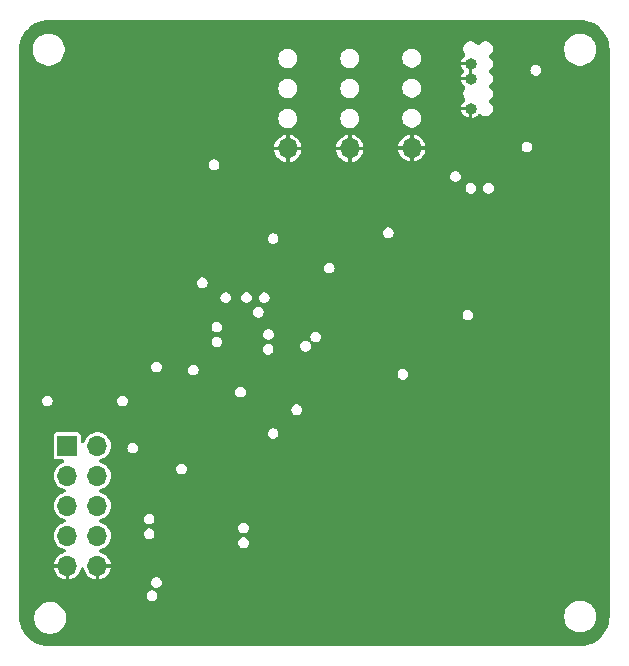
<source format=gbr>
%TF.GenerationSoftware,KiCad,Pcbnew,8.0.3*%
%TF.CreationDate,2024-07-11T15:18:24-04:00*%
%TF.ProjectId,SensorBoard,53656e73-6f72-4426-9f61-72642e6b6963,rev?*%
%TF.SameCoordinates,Original*%
%TF.FileFunction,Copper,L2,Inr*%
%TF.FilePolarity,Positive*%
%FSLAX46Y46*%
G04 Gerber Fmt 4.6, Leading zero omitted, Abs format (unit mm)*
G04 Created by KiCad (PCBNEW 8.0.3) date 2024-07-11 15:18:24*
%MOMM*%
%LPD*%
G01*
G04 APERTURE LIST*
%TA.AperFunction,ComponentPad*%
%ADD10R,1.700000X1.700000*%
%TD*%
%TA.AperFunction,ComponentPad*%
%ADD11O,1.700000X1.700000*%
%TD*%
%TA.AperFunction,ComponentPad*%
%ADD12O,1.000000X1.000000*%
%TD*%
%TA.AperFunction,ViaPad*%
%ADD13C,0.700000*%
%TD*%
G04 APERTURE END LIST*
D10*
%TO.N,+3.3V*%
%TO.C,J5*%
X75585000Y-82545000D03*
D11*
X78125000Y-82545000D03*
%TO.N,PA2*%
X75585000Y-85085000D03*
%TO.N,PB14*%
X78125000Y-85085000D03*
%TO.N,PA3*%
X75585000Y-87625000D03*
%TO.N,PB15*%
X78125000Y-87625000D03*
%TO.N,PA9*%
X75585000Y-90165000D03*
%TO.N,PB12*%
X78125000Y-90165000D03*
%TO.N,GND*%
X75585000Y-92705000D03*
X78125000Y-92705000D03*
%TD*%
%TO.N,GND*%
%TO.C,J3*%
X99500000Y-57370000D03*
%TD*%
%TO.N,GND*%
%TO.C,J4*%
X94250000Y-57370000D03*
%TD*%
D12*
%TO.N,GND*%
%TO.C,J1*%
X109730000Y-50190000D03*
X109730000Y-51460000D03*
X109730000Y-54000000D03*
%TD*%
D11*
%TO.N,GND*%
%TO.C,J2*%
X104750000Y-57340000D03*
%TD*%
D13*
%TO.N,GND*%
X100250000Y-80750000D03*
X92500000Y-86125000D03*
X100250000Y-87750000D03*
X100250000Y-85000000D03*
X82000000Y-84000000D03*
X80750000Y-53500000D03*
X100250000Y-92750000D03*
X100250000Y-90250000D03*
X82812500Y-91437500D03*
X74500000Y-67750000D03*
X80500000Y-80750000D03*
X97250000Y-71000000D03*
X81750000Y-72750000D03*
X85500000Y-87250000D03*
X80500000Y-70500000D03*
X74250000Y-74625000D03*
X88500000Y-61250000D03*
X99000000Y-74500000D03*
X112000000Y-71750000D03*
X100250000Y-82750000D03*
X82000000Y-65250000D03*
%TD*%
%TA.AperFunction,Conductor*%
%TO.N,GND*%
G36*
X109880000Y-51171325D02*
G01*
X109855445Y-51157149D01*
X109772787Y-51135000D01*
X109687213Y-51135000D01*
X109604555Y-51157149D01*
X109580000Y-51171325D01*
X109580000Y-50478674D01*
X109604555Y-50492851D01*
X109687213Y-50515000D01*
X109772787Y-50515000D01*
X109855445Y-50492851D01*
X109880000Y-50478674D01*
X109880000Y-51171325D01*
G37*
%TD.AperFunction*%
%TA.AperFunction,Conductor*%
G36*
X119004496Y-46500771D02*
G01*
X119292298Y-46518180D01*
X119310134Y-46520346D01*
X119589307Y-46571506D01*
X119606772Y-46575811D01*
X119877730Y-46660245D01*
X119894546Y-46666622D01*
X120153362Y-46783106D01*
X120169293Y-46791468D01*
X120412163Y-46938288D01*
X120426971Y-46948509D01*
X120650377Y-47123536D01*
X120663845Y-47135467D01*
X120864532Y-47336154D01*
X120876463Y-47349622D01*
X121051490Y-47573028D01*
X121061711Y-47587836D01*
X121208531Y-47830706D01*
X121216893Y-47846637D01*
X121333375Y-48105449D01*
X121339755Y-48122273D01*
X121424187Y-48393225D01*
X121428493Y-48410695D01*
X121479651Y-48689852D01*
X121481820Y-48707714D01*
X121499228Y-48995503D01*
X121499500Y-49004499D01*
X121499500Y-96995500D01*
X121499228Y-97004496D01*
X121481820Y-97292285D01*
X121479651Y-97310147D01*
X121428493Y-97589304D01*
X121424187Y-97606774D01*
X121339755Y-97877726D01*
X121333375Y-97894550D01*
X121216893Y-98153362D01*
X121208531Y-98169293D01*
X121061711Y-98412163D01*
X121051490Y-98426971D01*
X120876463Y-98650377D01*
X120864532Y-98663845D01*
X120663845Y-98864532D01*
X120650377Y-98876463D01*
X120426971Y-99051490D01*
X120412163Y-99061711D01*
X120169293Y-99208531D01*
X120153362Y-99216893D01*
X119894550Y-99333375D01*
X119877726Y-99339755D01*
X119606774Y-99424187D01*
X119589304Y-99428493D01*
X119310147Y-99479651D01*
X119292285Y-99481820D01*
X119004497Y-99499228D01*
X118995501Y-99499500D01*
X74004499Y-99499500D01*
X73995503Y-99499228D01*
X73707714Y-99481820D01*
X73689852Y-99479651D01*
X73410695Y-99428493D01*
X73393225Y-99424187D01*
X73122273Y-99339755D01*
X73105449Y-99333375D01*
X72846637Y-99216893D01*
X72830706Y-99208531D01*
X72587836Y-99061711D01*
X72573028Y-99051490D01*
X72349622Y-98876463D01*
X72336154Y-98864532D01*
X72135467Y-98663845D01*
X72123536Y-98650377D01*
X72004518Y-98498462D01*
X71948509Y-98426971D01*
X71938288Y-98412163D01*
X71914539Y-98372878D01*
X71791467Y-98169291D01*
X71783106Y-98153362D01*
X71666624Y-97894550D01*
X71660244Y-97877726D01*
X71645103Y-97829138D01*
X71575811Y-97606772D01*
X71571506Y-97589304D01*
X71520346Y-97310134D01*
X71518180Y-97292298D01*
X71501409Y-97015033D01*
X72770820Y-97015033D01*
X72770820Y-97227607D01*
X72804074Y-97437563D01*
X72869763Y-97639732D01*
X72966269Y-97829136D01*
X73091216Y-98001112D01*
X73241528Y-98151424D01*
X73413504Y-98276371D01*
X73602908Y-98372877D01*
X73805077Y-98438566D01*
X74015033Y-98471820D01*
X74015038Y-98471820D01*
X74227602Y-98471820D01*
X74227607Y-98471820D01*
X74437563Y-98438566D01*
X74639732Y-98372877D01*
X74829136Y-98276371D01*
X75001112Y-98151424D01*
X75151424Y-98001112D01*
X75276371Y-97829136D01*
X75372877Y-97639732D01*
X75438566Y-97437563D01*
X75471820Y-97227607D01*
X75471820Y-97015033D01*
X75452605Y-96893713D01*
X117649500Y-96893713D01*
X117649500Y-97106287D01*
X117682754Y-97316243D01*
X117748443Y-97518412D01*
X117844949Y-97707816D01*
X117969896Y-97879792D01*
X118120208Y-98030104D01*
X118292184Y-98155051D01*
X118481588Y-98251557D01*
X118683757Y-98317246D01*
X118893713Y-98350500D01*
X118893718Y-98350500D01*
X119106282Y-98350500D01*
X119106287Y-98350500D01*
X119316243Y-98317246D01*
X119518412Y-98251557D01*
X119707816Y-98155051D01*
X119879792Y-98030104D01*
X120030104Y-97879792D01*
X120155051Y-97707816D01*
X120251557Y-97518412D01*
X120317246Y-97316243D01*
X120350500Y-97106287D01*
X120350500Y-96893713D01*
X120317246Y-96683757D01*
X120251557Y-96481588D01*
X120155051Y-96292184D01*
X120030104Y-96120208D01*
X119879792Y-95969896D01*
X119707816Y-95844949D01*
X119518412Y-95748443D01*
X119316243Y-95682754D01*
X119106287Y-95649500D01*
X118893713Y-95649500D01*
X118718749Y-95677211D01*
X118683756Y-95682754D01*
X118481594Y-95748441D01*
X118481588Y-95748443D01*
X118481582Y-95748445D01*
X118481582Y-95748446D01*
X118292182Y-95844950D01*
X118292181Y-95844950D01*
X118120209Y-95969895D01*
X118120206Y-95969897D01*
X117969897Y-96120206D01*
X117969895Y-96120209D01*
X117844950Y-96292181D01*
X117844950Y-96292182D01*
X117748446Y-96481582D01*
X117748441Y-96481594D01*
X117709022Y-96602914D01*
X117682754Y-96683757D01*
X117649500Y-96893713D01*
X75452605Y-96893713D01*
X75438566Y-96805077D01*
X75372877Y-96602908D01*
X75276371Y-96413504D01*
X75151424Y-96241528D01*
X75001112Y-96091216D01*
X74829136Y-95966269D01*
X74639732Y-95869763D01*
X74437563Y-95804074D01*
X74227607Y-95770820D01*
X74015033Y-95770820D01*
X73840069Y-95798531D01*
X73805076Y-95804074D01*
X73679277Y-95844949D01*
X73602908Y-95869763D01*
X73602902Y-95869765D01*
X73602902Y-95869766D01*
X73413502Y-95966270D01*
X73413501Y-95966270D01*
X73241529Y-96091215D01*
X73241526Y-96091217D01*
X73091217Y-96241526D01*
X73091215Y-96241529D01*
X72966270Y-96413501D01*
X72966270Y-96413502D01*
X72931579Y-96481588D01*
X72869763Y-96602908D01*
X72804074Y-96805077D01*
X72770820Y-97015033D01*
X71501409Y-97015033D01*
X71500772Y-97004496D01*
X71500500Y-96995500D01*
X71500500Y-95249996D01*
X82294867Y-95249996D01*
X82294867Y-95250003D01*
X82313302Y-95378223D01*
X82367118Y-95496064D01*
X82422282Y-95559727D01*
X82451951Y-95593967D01*
X82560931Y-95664004D01*
X82685228Y-95700500D01*
X82685231Y-95700500D01*
X82814769Y-95700500D01*
X82814772Y-95700500D01*
X82939069Y-95664004D01*
X83048049Y-95593967D01*
X83132882Y-95496063D01*
X83186697Y-95378226D01*
X83205133Y-95250000D01*
X83205133Y-95249996D01*
X83186697Y-95121776D01*
X83186697Y-95121774D01*
X83132882Y-95003937D01*
X83132881Y-95003936D01*
X83132881Y-95003935D01*
X83086216Y-94950080D01*
X83048049Y-94906033D01*
X83048046Y-94906031D01*
X83048045Y-94906030D01*
X83012109Y-94882936D01*
X82958199Y-94848290D01*
X82906320Y-94791222D01*
X82904800Y-94784235D01*
X82904520Y-94784490D01*
X82829155Y-94800885D01*
X82815051Y-94799539D01*
X82814780Y-94799500D01*
X82814772Y-94799500D01*
X82685228Y-94799500D01*
X82560931Y-94835996D01*
X82560928Y-94835997D01*
X82560927Y-94835998D01*
X82451955Y-94906030D01*
X82451952Y-94906031D01*
X82451951Y-94906033D01*
X82451949Y-94906034D01*
X82451948Y-94906036D01*
X82367118Y-95003935D01*
X82313302Y-95121776D01*
X82294867Y-95249996D01*
X71500500Y-95249996D01*
X71500500Y-94124996D01*
X82669867Y-94124996D01*
X82669867Y-94125003D01*
X82688302Y-94253223D01*
X82742118Y-94371064D01*
X82797282Y-94434727D01*
X82826951Y-94468967D01*
X82916799Y-94526709D01*
X82968679Y-94583777D01*
X82970198Y-94590763D01*
X82970479Y-94590509D01*
X83045845Y-94574114D01*
X83059959Y-94575461D01*
X83060226Y-94575499D01*
X83060228Y-94575500D01*
X83060230Y-94575500D01*
X83189769Y-94575500D01*
X83189772Y-94575500D01*
X83314069Y-94539004D01*
X83423049Y-94468967D01*
X83507882Y-94371063D01*
X83561697Y-94253226D01*
X83580133Y-94125000D01*
X83580133Y-94124996D01*
X83561697Y-93996776D01*
X83561697Y-93996774D01*
X83507882Y-93878937D01*
X83507881Y-93878936D01*
X83507881Y-93878935D01*
X83453207Y-93815838D01*
X83423049Y-93781033D01*
X83314069Y-93710996D01*
X83189772Y-93674500D01*
X83060228Y-93674500D01*
X82935931Y-93710996D01*
X82935928Y-93710997D01*
X82935927Y-93710998D01*
X82826955Y-93781030D01*
X82826952Y-93781031D01*
X82826951Y-93781033D01*
X82826949Y-93781034D01*
X82826948Y-93781036D01*
X82742118Y-93878935D01*
X82688302Y-93996776D01*
X82669867Y-94124996D01*
X71500500Y-94124996D01*
X71500500Y-85084995D01*
X74429571Y-85084995D01*
X74429571Y-85085004D01*
X74449243Y-85297305D01*
X74507593Y-85502385D01*
X74507594Y-85502387D01*
X74602636Y-85693259D01*
X74731127Y-85863406D01*
X74888697Y-86007051D01*
X74888698Y-86007052D01*
X75069977Y-86119296D01*
X75069983Y-86119299D01*
X75157189Y-86153082D01*
X75268802Y-86196321D01*
X75334152Y-86208537D01*
X75403716Y-86241849D01*
X75447303Y-86305480D01*
X75453236Y-86382379D01*
X75419924Y-86451943D01*
X75356293Y-86495530D01*
X75334153Y-86501462D01*
X75268802Y-86513679D01*
X75268795Y-86513681D01*
X75069983Y-86590700D01*
X75069977Y-86590703D01*
X74888698Y-86702947D01*
X74888697Y-86702948D01*
X74731127Y-86846593D01*
X74602636Y-87016740D01*
X74507594Y-87207612D01*
X74507593Y-87207614D01*
X74449243Y-87412694D01*
X74429571Y-87624995D01*
X74429571Y-87625004D01*
X74449243Y-87837305D01*
X74507593Y-88042385D01*
X74507594Y-88042387D01*
X74602636Y-88233259D01*
X74731127Y-88403406D01*
X74731128Y-88403407D01*
X74841404Y-88503937D01*
X74888697Y-88547051D01*
X74888698Y-88547052D01*
X75069977Y-88659296D01*
X75069983Y-88659299D01*
X75157189Y-88693082D01*
X75268802Y-88736321D01*
X75334152Y-88748537D01*
X75403716Y-88781849D01*
X75447303Y-88845480D01*
X75453236Y-88922379D01*
X75419924Y-88991943D01*
X75356293Y-89035530D01*
X75334153Y-89041462D01*
X75291158Y-89049500D01*
X75268802Y-89053679D01*
X75268795Y-89053681D01*
X75069983Y-89130700D01*
X75069977Y-89130703D01*
X74888698Y-89242947D01*
X74888697Y-89242948D01*
X74731127Y-89386593D01*
X74602636Y-89556740D01*
X74507594Y-89747612D01*
X74507593Y-89747614D01*
X74480178Y-89843969D01*
X74449868Y-89950499D01*
X74449243Y-89952694D01*
X74429571Y-90164995D01*
X74429571Y-90165004D01*
X74449243Y-90377305D01*
X74449243Y-90377307D01*
X74449244Y-90377310D01*
X74458312Y-90409179D01*
X74507593Y-90582385D01*
X74507594Y-90582387D01*
X74602636Y-90773259D01*
X74681905Y-90878226D01*
X74731128Y-90943407D01*
X74788889Y-90996063D01*
X74888697Y-91087051D01*
X74888698Y-91087052D01*
X75069977Y-91199296D01*
X75069983Y-91199299D01*
X75157189Y-91233082D01*
X75268802Y-91276321D01*
X75335513Y-91288791D01*
X75405075Y-91322103D01*
X75448663Y-91385733D01*
X75454596Y-91462633D01*
X75421284Y-91532196D01*
X75357654Y-91575784D01*
X75335513Y-91581717D01*
X75268933Y-91594163D01*
X75070209Y-91671149D01*
X75070206Y-91671151D01*
X74888999Y-91783349D01*
X74731498Y-91926931D01*
X74603064Y-92097003D01*
X74508062Y-92287795D01*
X74449738Y-92492782D01*
X74443974Y-92555000D01*
X75107555Y-92555000D01*
X75085000Y-92639174D01*
X75085000Y-92770826D01*
X75107555Y-92855000D01*
X74443974Y-92855000D01*
X74449738Y-92917217D01*
X74508062Y-93122204D01*
X74603064Y-93312996D01*
X74731498Y-93483068D01*
X74888999Y-93626650D01*
X75070206Y-93738848D01*
X75070209Y-93738850D01*
X75268933Y-93815836D01*
X75268940Y-93815838D01*
X75434999Y-93846879D01*
X75435000Y-93846879D01*
X75435000Y-93182445D01*
X75519174Y-93205000D01*
X75650826Y-93205000D01*
X75735000Y-93182445D01*
X75735000Y-93846879D01*
X75901059Y-93815838D01*
X75901066Y-93815836D01*
X76099790Y-93738850D01*
X76099793Y-93738848D01*
X76281000Y-93626650D01*
X76438501Y-93483068D01*
X76566935Y-93312996D01*
X76661937Y-93122204D01*
X76711688Y-92947350D01*
X76751276Y-92881157D01*
X76818657Y-92843626D01*
X76895776Y-92844814D01*
X76961969Y-92884402D01*
X76998312Y-92947350D01*
X77048062Y-93122204D01*
X77143064Y-93312996D01*
X77271498Y-93483068D01*
X77428999Y-93626650D01*
X77610206Y-93738848D01*
X77610209Y-93738850D01*
X77808933Y-93815836D01*
X77808940Y-93815838D01*
X77974999Y-93846879D01*
X77975000Y-93846879D01*
X77975000Y-93182445D01*
X78059174Y-93205000D01*
X78190826Y-93205000D01*
X78275000Y-93182445D01*
X78275000Y-93846879D01*
X78441059Y-93815838D01*
X78441066Y-93815836D01*
X78639790Y-93738850D01*
X78639793Y-93738848D01*
X78821000Y-93626650D01*
X78978501Y-93483068D01*
X79106935Y-93312996D01*
X79201937Y-93122204D01*
X79260261Y-92917217D01*
X79266026Y-92855000D01*
X78602445Y-92855000D01*
X78625000Y-92770826D01*
X78625000Y-92639174D01*
X78602445Y-92555000D01*
X79266026Y-92555000D01*
X79260261Y-92492782D01*
X79201937Y-92287795D01*
X79106935Y-92097003D01*
X78978501Y-91926931D01*
X78821000Y-91783349D01*
X78639793Y-91671151D01*
X78639790Y-91671149D01*
X78441066Y-91594163D01*
X78374486Y-91581717D01*
X78304923Y-91548405D01*
X78261336Y-91484774D01*
X78255403Y-91407874D01*
X78288715Y-91338311D01*
X78352346Y-91294724D01*
X78374483Y-91288792D01*
X78441198Y-91276321D01*
X78640019Y-91199298D01*
X78821302Y-91087052D01*
X78978872Y-90943407D01*
X79107366Y-90773255D01*
X79118947Y-90749996D01*
X90044867Y-90749996D01*
X90044867Y-90750003D01*
X90063302Y-90878223D01*
X90117118Y-90996064D01*
X90172282Y-91059727D01*
X90201951Y-91093967D01*
X90310931Y-91164004D01*
X90435228Y-91200500D01*
X90435231Y-91200500D01*
X90564769Y-91200500D01*
X90564772Y-91200500D01*
X90689069Y-91164004D01*
X90798049Y-91093967D01*
X90882882Y-90996063D01*
X90936697Y-90878226D01*
X90951789Y-90773259D01*
X90955133Y-90750003D01*
X90955133Y-90749996D01*
X90936697Y-90621776D01*
X90936697Y-90621774D01*
X90882882Y-90503937D01*
X90882881Y-90503936D01*
X90882881Y-90503935D01*
X90836216Y-90450080D01*
X90798049Y-90406033D01*
X90689069Y-90335996D01*
X90564772Y-90299500D01*
X90435228Y-90299500D01*
X90310931Y-90335996D01*
X90310928Y-90335997D01*
X90310927Y-90335998D01*
X90201955Y-90406030D01*
X90201952Y-90406031D01*
X90201951Y-90406033D01*
X90201949Y-90406034D01*
X90201948Y-90406036D01*
X90117118Y-90503935D01*
X90063302Y-90621776D01*
X90044867Y-90749996D01*
X79118947Y-90749996D01*
X79202405Y-90582389D01*
X79260756Y-90377310D01*
X79271685Y-90259360D01*
X79280429Y-90165004D01*
X79280429Y-90164995D01*
X79265139Y-89999996D01*
X82044867Y-89999996D01*
X82044867Y-90000003D01*
X82063302Y-90128223D01*
X82117118Y-90246064D01*
X82163421Y-90299500D01*
X82201951Y-90343967D01*
X82310931Y-90414004D01*
X82435228Y-90450500D01*
X82435231Y-90450500D01*
X82564769Y-90450500D01*
X82564772Y-90450500D01*
X82689069Y-90414004D01*
X82798049Y-90343967D01*
X82882882Y-90246063D01*
X82936697Y-90128226D01*
X82955133Y-90000000D01*
X82955133Y-89999996D01*
X82936697Y-89871776D01*
X82936697Y-89871774D01*
X82882882Y-89753937D01*
X82882881Y-89753936D01*
X82882881Y-89753935D01*
X82836216Y-89700080D01*
X82798049Y-89656033D01*
X82689069Y-89585996D01*
X82564772Y-89549500D01*
X82435228Y-89549500D01*
X82310931Y-89585996D01*
X82310928Y-89585997D01*
X82310927Y-89585998D01*
X82201955Y-89656030D01*
X82201952Y-89656031D01*
X82201951Y-89656033D01*
X82201949Y-89656034D01*
X82201948Y-89656036D01*
X82117118Y-89753935D01*
X82063302Y-89871776D01*
X82044867Y-89999996D01*
X79265139Y-89999996D01*
X79263936Y-89987013D01*
X79260756Y-89952690D01*
X79202405Y-89747611D01*
X79107366Y-89556745D01*
X79107364Y-89556743D01*
X79107363Y-89556740D01*
X79064511Y-89499996D01*
X90044867Y-89499996D01*
X90044867Y-89500003D01*
X90063302Y-89628223D01*
X90117118Y-89746064D01*
X90172282Y-89809727D01*
X90201951Y-89843967D01*
X90310931Y-89914004D01*
X90435228Y-89950500D01*
X90435231Y-89950500D01*
X90564769Y-89950500D01*
X90564772Y-89950500D01*
X90689069Y-89914004D01*
X90798049Y-89843967D01*
X90882882Y-89746063D01*
X90936697Y-89628226D01*
X90955133Y-89500000D01*
X90955133Y-89499996D01*
X90942842Y-89414516D01*
X90936697Y-89371774D01*
X90882882Y-89253937D01*
X90882881Y-89253936D01*
X90882881Y-89253935D01*
X90836216Y-89200080D01*
X90798049Y-89156033D01*
X90689069Y-89085996D01*
X90564772Y-89049500D01*
X90435228Y-89049500D01*
X90310931Y-89085996D01*
X90310928Y-89085997D01*
X90310927Y-89085998D01*
X90201955Y-89156030D01*
X90201952Y-89156031D01*
X90201951Y-89156033D01*
X90201949Y-89156034D01*
X90201948Y-89156036D01*
X90117118Y-89253935D01*
X90063302Y-89371776D01*
X90044867Y-89499996D01*
X79064511Y-89499996D01*
X78978872Y-89386593D01*
X78821302Y-89242948D01*
X78821301Y-89242947D01*
X78640022Y-89130703D01*
X78640016Y-89130700D01*
X78441204Y-89053681D01*
X78441200Y-89053680D01*
X78441198Y-89053679D01*
X78375846Y-89041462D01*
X78306284Y-89008151D01*
X78262696Y-88944521D01*
X78256763Y-88867621D01*
X78290075Y-88798058D01*
X78353705Y-88754470D01*
X78370399Y-88749996D01*
X82044867Y-88749996D01*
X82044867Y-88750003D01*
X82063302Y-88878223D01*
X82117118Y-88996064D01*
X82172282Y-89059727D01*
X82201951Y-89093967D01*
X82310931Y-89164004D01*
X82435228Y-89200500D01*
X82435231Y-89200500D01*
X82564769Y-89200500D01*
X82564772Y-89200500D01*
X82689069Y-89164004D01*
X82798049Y-89093967D01*
X82882882Y-88996063D01*
X82936697Y-88878226D01*
X82951467Y-88775500D01*
X82955133Y-88750003D01*
X82955133Y-88749996D01*
X82936697Y-88621776D01*
X82936697Y-88621774D01*
X82882882Y-88503937D01*
X82882881Y-88503936D01*
X82882881Y-88503935D01*
X82836216Y-88450080D01*
X82798049Y-88406033D01*
X82689069Y-88335996D01*
X82564772Y-88299500D01*
X82435228Y-88299500D01*
X82310931Y-88335996D01*
X82310928Y-88335997D01*
X82310927Y-88335998D01*
X82201955Y-88406030D01*
X82201952Y-88406031D01*
X82201951Y-88406033D01*
X82201949Y-88406034D01*
X82201948Y-88406036D01*
X82117118Y-88503935D01*
X82063302Y-88621776D01*
X82044867Y-88749996D01*
X78370399Y-88749996D01*
X78375843Y-88748537D01*
X78441198Y-88736321D01*
X78640019Y-88659298D01*
X78821302Y-88547052D01*
X78978872Y-88403407D01*
X79107366Y-88233255D01*
X79202405Y-88042389D01*
X79260756Y-87837310D01*
X79280429Y-87625000D01*
X79260756Y-87412690D01*
X79202405Y-87207611D01*
X79107366Y-87016745D01*
X79107364Y-87016743D01*
X79107363Y-87016740D01*
X78978872Y-86846593D01*
X78821302Y-86702948D01*
X78821301Y-86702947D01*
X78640022Y-86590703D01*
X78640016Y-86590700D01*
X78441204Y-86513681D01*
X78441200Y-86513680D01*
X78441198Y-86513679D01*
X78375846Y-86501462D01*
X78306284Y-86468151D01*
X78262696Y-86404521D01*
X78256763Y-86327621D01*
X78290075Y-86258058D01*
X78353705Y-86214470D01*
X78375843Y-86208537D01*
X78441198Y-86196321D01*
X78640019Y-86119298D01*
X78821302Y-86007052D01*
X78978872Y-85863407D01*
X79107366Y-85693255D01*
X79202405Y-85502389D01*
X79260756Y-85297310D01*
X79280429Y-85085000D01*
X79260756Y-84872690D01*
X79202405Y-84667611D01*
X79118944Y-84499996D01*
X84794867Y-84499996D01*
X84794867Y-84500003D01*
X84813302Y-84628223D01*
X84867118Y-84746064D01*
X84922282Y-84809727D01*
X84951951Y-84843967D01*
X85060931Y-84914004D01*
X85185228Y-84950500D01*
X85185231Y-84950500D01*
X85314769Y-84950500D01*
X85314772Y-84950500D01*
X85439069Y-84914004D01*
X85548049Y-84843967D01*
X85632882Y-84746063D01*
X85686697Y-84628226D01*
X85705133Y-84500000D01*
X85705133Y-84499996D01*
X85686697Y-84371776D01*
X85686697Y-84371774D01*
X85632882Y-84253937D01*
X85632881Y-84253936D01*
X85632881Y-84253935D01*
X85586216Y-84200080D01*
X85548049Y-84156033D01*
X85439069Y-84085996D01*
X85314772Y-84049500D01*
X85185228Y-84049500D01*
X85060931Y-84085996D01*
X85060928Y-84085997D01*
X85060927Y-84085998D01*
X84951955Y-84156030D01*
X84951952Y-84156031D01*
X84951951Y-84156033D01*
X84951949Y-84156034D01*
X84951948Y-84156036D01*
X84867118Y-84253935D01*
X84813302Y-84371776D01*
X84794867Y-84499996D01*
X79118944Y-84499996D01*
X79107366Y-84476745D01*
X79107364Y-84476743D01*
X79107363Y-84476740D01*
X78978872Y-84306593D01*
X78821302Y-84162948D01*
X78821301Y-84162947D01*
X78640022Y-84050703D01*
X78640016Y-84050700D01*
X78441204Y-83973681D01*
X78441200Y-83973680D01*
X78441198Y-83973679D01*
X78375846Y-83961462D01*
X78306284Y-83928151D01*
X78262696Y-83864521D01*
X78256763Y-83787621D01*
X78290075Y-83718058D01*
X78353705Y-83674470D01*
X78375843Y-83668537D01*
X78441198Y-83656321D01*
X78640019Y-83579298D01*
X78821302Y-83467052D01*
X78978872Y-83323407D01*
X79107366Y-83153255D01*
X79202405Y-82962389D01*
X79260756Y-82757310D01*
X79261434Y-82749996D01*
X80669867Y-82749996D01*
X80669867Y-82750003D01*
X80688302Y-82878223D01*
X80688302Y-82878224D01*
X80688303Y-82878226D01*
X80712390Y-82930970D01*
X80742118Y-82996064D01*
X80797282Y-83059727D01*
X80826951Y-83093967D01*
X80935931Y-83164004D01*
X81060228Y-83200500D01*
X81060231Y-83200500D01*
X81189769Y-83200500D01*
X81189772Y-83200500D01*
X81314069Y-83164004D01*
X81423049Y-83093967D01*
X81507882Y-82996063D01*
X81561697Y-82878226D01*
X81580133Y-82750000D01*
X81580133Y-82749996D01*
X81561697Y-82621776D01*
X81561697Y-82621774D01*
X81507882Y-82503937D01*
X81507881Y-82503936D01*
X81507881Y-82503935D01*
X81461216Y-82450080D01*
X81423049Y-82406033D01*
X81314069Y-82335996D01*
X81189772Y-82299500D01*
X81060228Y-82299500D01*
X80935931Y-82335996D01*
X80935928Y-82335997D01*
X80935927Y-82335998D01*
X80826955Y-82406030D01*
X80826952Y-82406031D01*
X80826951Y-82406033D01*
X80826949Y-82406034D01*
X80826948Y-82406036D01*
X80742118Y-82503935D01*
X80688302Y-82621776D01*
X80669867Y-82749996D01*
X79261434Y-82749996D01*
X79280429Y-82545000D01*
X79260756Y-82332690D01*
X79202405Y-82127611D01*
X79107366Y-81936745D01*
X79107364Y-81936743D01*
X79107363Y-81936740D01*
X78978872Y-81766593D01*
X78821302Y-81622948D01*
X78821301Y-81622947D01*
X78640022Y-81510703D01*
X78640016Y-81510700D01*
X78612385Y-81499996D01*
X92544867Y-81499996D01*
X92544867Y-81500003D01*
X92563302Y-81628223D01*
X92617118Y-81746064D01*
X92672282Y-81809727D01*
X92701951Y-81843967D01*
X92810931Y-81914004D01*
X92935228Y-81950500D01*
X92935231Y-81950500D01*
X93064769Y-81950500D01*
X93064772Y-81950500D01*
X93189069Y-81914004D01*
X93298049Y-81843967D01*
X93382882Y-81746063D01*
X93436697Y-81628226D01*
X93451936Y-81522235D01*
X93455133Y-81500003D01*
X93455133Y-81499996D01*
X93440384Y-81397416D01*
X93436697Y-81371774D01*
X93382882Y-81253937D01*
X93382881Y-81253936D01*
X93382881Y-81253935D01*
X93336216Y-81200080D01*
X93298049Y-81156033D01*
X93189069Y-81085996D01*
X93064772Y-81049500D01*
X92935228Y-81049500D01*
X92810931Y-81085996D01*
X92810928Y-81085997D01*
X92810927Y-81085998D01*
X92701955Y-81156030D01*
X92701952Y-81156031D01*
X92701951Y-81156033D01*
X92701949Y-81156034D01*
X92701948Y-81156036D01*
X92617118Y-81253935D01*
X92563302Y-81371776D01*
X92544867Y-81499996D01*
X78612385Y-81499996D01*
X78441204Y-81433681D01*
X78441200Y-81433680D01*
X78441198Y-81433679D01*
X78399280Y-81425843D01*
X78231614Y-81394500D01*
X78231610Y-81394500D01*
X78018390Y-81394500D01*
X78018385Y-81394500D01*
X77808802Y-81433679D01*
X77808795Y-81433681D01*
X77609983Y-81510700D01*
X77609977Y-81510703D01*
X77428698Y-81622947D01*
X77428697Y-81622948D01*
X77271127Y-81766593D01*
X77142636Y-81936740D01*
X77047594Y-82127612D01*
X77027811Y-82197143D01*
X76988222Y-82263335D01*
X76920841Y-82300866D01*
X76843722Y-82299678D01*
X76777530Y-82260089D01*
X76739999Y-82192708D01*
X76735499Y-82156366D01*
X76735499Y-81650133D01*
X76732585Y-81625010D01*
X76732584Y-81625008D01*
X76687206Y-81522235D01*
X76607765Y-81442794D01*
X76607764Y-81442793D01*
X76504994Y-81397416D01*
X76504991Y-81397415D01*
X76504982Y-81397414D01*
X76479865Y-81394500D01*
X76479859Y-81394500D01*
X74690133Y-81394500D01*
X74665010Y-81397414D01*
X74665007Y-81397415D01*
X74562235Y-81442793D01*
X74482793Y-81522235D01*
X74437416Y-81625005D01*
X74437415Y-81625008D01*
X74437415Y-81625009D01*
X74434500Y-81650135D01*
X74434500Y-81650136D01*
X74434500Y-81650140D01*
X74434500Y-83439866D01*
X74437414Y-83464989D01*
X74437415Y-83464992D01*
X74482793Y-83567764D01*
X74482794Y-83567765D01*
X74562235Y-83647206D01*
X74665009Y-83692585D01*
X74690135Y-83695500D01*
X75189787Y-83695499D01*
X75264285Y-83715461D01*
X75318823Y-83769999D01*
X75338785Y-83844499D01*
X75318823Y-83918999D01*
X75264285Y-83973537D01*
X75243610Y-83983437D01*
X75069983Y-84050700D01*
X75069977Y-84050703D01*
X74888698Y-84162947D01*
X74888697Y-84162948D01*
X74731127Y-84306593D01*
X74602636Y-84476740D01*
X74507594Y-84667612D01*
X74507593Y-84667614D01*
X74449243Y-84872694D01*
X74429571Y-85084995D01*
X71500500Y-85084995D01*
X71500500Y-79499996D01*
X94544867Y-79499996D01*
X94544867Y-79500003D01*
X94563302Y-79628223D01*
X94617118Y-79746064D01*
X94672282Y-79809727D01*
X94701951Y-79843967D01*
X94810931Y-79914004D01*
X94935228Y-79950500D01*
X94935231Y-79950500D01*
X95064769Y-79950500D01*
X95064772Y-79950500D01*
X95189069Y-79914004D01*
X95298049Y-79843967D01*
X95382882Y-79746063D01*
X95436697Y-79628226D01*
X95455133Y-79500000D01*
X95455133Y-79499996D01*
X95436697Y-79371776D01*
X95436697Y-79371774D01*
X95382882Y-79253937D01*
X95382881Y-79253936D01*
X95382881Y-79253935D01*
X95336216Y-79200080D01*
X95298049Y-79156033D01*
X95189069Y-79085996D01*
X95064772Y-79049500D01*
X94935228Y-79049500D01*
X94810931Y-79085996D01*
X94810928Y-79085997D01*
X94810927Y-79085998D01*
X94701955Y-79156030D01*
X94701952Y-79156031D01*
X94701951Y-79156033D01*
X94701949Y-79156034D01*
X94701948Y-79156036D01*
X94617118Y-79253935D01*
X94563302Y-79371776D01*
X94544867Y-79499996D01*
X71500500Y-79499996D01*
X71500500Y-78749996D01*
X73419867Y-78749996D01*
X73419867Y-78750003D01*
X73438302Y-78878223D01*
X73492118Y-78996064D01*
X73538421Y-79049500D01*
X73576951Y-79093967D01*
X73685931Y-79164004D01*
X73810228Y-79200500D01*
X73810231Y-79200500D01*
X73939769Y-79200500D01*
X73939772Y-79200500D01*
X74064069Y-79164004D01*
X74173049Y-79093967D01*
X74257882Y-78996063D01*
X74311697Y-78878226D01*
X74330133Y-78750000D01*
X74330133Y-78749996D01*
X79794867Y-78749996D01*
X79794867Y-78750003D01*
X79813302Y-78878223D01*
X79867118Y-78996064D01*
X79913421Y-79049500D01*
X79951951Y-79093967D01*
X80060931Y-79164004D01*
X80185228Y-79200500D01*
X80185231Y-79200500D01*
X80314769Y-79200500D01*
X80314772Y-79200500D01*
X80439069Y-79164004D01*
X80548049Y-79093967D01*
X80632882Y-78996063D01*
X80686697Y-78878226D01*
X80705133Y-78750000D01*
X80705133Y-78749996D01*
X80686697Y-78621776D01*
X80686697Y-78621774D01*
X80632882Y-78503937D01*
X80632881Y-78503936D01*
X80632881Y-78503935D01*
X80586216Y-78450080D01*
X80548049Y-78406033D01*
X80439069Y-78335996D01*
X80314772Y-78299500D01*
X80185228Y-78299500D01*
X80060931Y-78335996D01*
X80060928Y-78335997D01*
X80060927Y-78335998D01*
X79951955Y-78406030D01*
X79951952Y-78406031D01*
X79951951Y-78406033D01*
X79951949Y-78406034D01*
X79951948Y-78406036D01*
X79867118Y-78503935D01*
X79813302Y-78621776D01*
X79794867Y-78749996D01*
X74330133Y-78749996D01*
X74311697Y-78621776D01*
X74311697Y-78621774D01*
X74257882Y-78503937D01*
X74257881Y-78503936D01*
X74257881Y-78503935D01*
X74211216Y-78450080D01*
X74173049Y-78406033D01*
X74064069Y-78335996D01*
X73939772Y-78299500D01*
X73810228Y-78299500D01*
X73685931Y-78335996D01*
X73685928Y-78335997D01*
X73685927Y-78335998D01*
X73576955Y-78406030D01*
X73576952Y-78406031D01*
X73576951Y-78406033D01*
X73576949Y-78406034D01*
X73576948Y-78406036D01*
X73492118Y-78503935D01*
X73438302Y-78621776D01*
X73419867Y-78749996D01*
X71500500Y-78749996D01*
X71500500Y-77999996D01*
X89794867Y-77999996D01*
X89794867Y-78000003D01*
X89813302Y-78128223D01*
X89867118Y-78246064D01*
X89913421Y-78299500D01*
X89951951Y-78343967D01*
X90060931Y-78414004D01*
X90185228Y-78450500D01*
X90185231Y-78450500D01*
X90314769Y-78450500D01*
X90314772Y-78450500D01*
X90439069Y-78414004D01*
X90548049Y-78343967D01*
X90632882Y-78246063D01*
X90686697Y-78128226D01*
X90705133Y-78000000D01*
X90705133Y-77999996D01*
X90686697Y-77871776D01*
X90686697Y-77871774D01*
X90632882Y-77753937D01*
X90632881Y-77753936D01*
X90632881Y-77753935D01*
X90586216Y-77700080D01*
X90548049Y-77656033D01*
X90439069Y-77585996D01*
X90314772Y-77549500D01*
X90185228Y-77549500D01*
X90060931Y-77585996D01*
X90060928Y-77585997D01*
X90060927Y-77585998D01*
X89951955Y-77656030D01*
X89951952Y-77656031D01*
X89951951Y-77656033D01*
X89951949Y-77656034D01*
X89951948Y-77656036D01*
X89867118Y-77753935D01*
X89813302Y-77871776D01*
X89794867Y-77999996D01*
X71500500Y-77999996D01*
X71500500Y-75874996D01*
X82669867Y-75874996D01*
X82669867Y-75875003D01*
X82688302Y-76003223D01*
X82742118Y-76121064D01*
X82797282Y-76184727D01*
X82826951Y-76218967D01*
X82935931Y-76289004D01*
X83060228Y-76325500D01*
X83060231Y-76325500D01*
X83189769Y-76325500D01*
X83189772Y-76325500D01*
X83314069Y-76289004D01*
X83423049Y-76218967D01*
X83504474Y-76124996D01*
X85794867Y-76124996D01*
X85794867Y-76125003D01*
X85813302Y-76253223D01*
X85813302Y-76253224D01*
X85813303Y-76253226D01*
X85837390Y-76305970D01*
X85867118Y-76371064D01*
X85922282Y-76434727D01*
X85951951Y-76468967D01*
X86060931Y-76539004D01*
X86185228Y-76575500D01*
X86185231Y-76575500D01*
X86314769Y-76575500D01*
X86314772Y-76575500D01*
X86439069Y-76539004D01*
X86499767Y-76499996D01*
X103544867Y-76499996D01*
X103544867Y-76500003D01*
X103563302Y-76628223D01*
X103617118Y-76746064D01*
X103672282Y-76809727D01*
X103701951Y-76843967D01*
X103810931Y-76914004D01*
X103935228Y-76950500D01*
X103935231Y-76950500D01*
X104064769Y-76950500D01*
X104064772Y-76950500D01*
X104189069Y-76914004D01*
X104298049Y-76843967D01*
X104382882Y-76746063D01*
X104436697Y-76628226D01*
X104449525Y-76539004D01*
X104455133Y-76500003D01*
X104455133Y-76499996D01*
X104436697Y-76371776D01*
X104436697Y-76371774D01*
X104382882Y-76253937D01*
X104382881Y-76253936D01*
X104382881Y-76253935D01*
X104336216Y-76200080D01*
X104298049Y-76156033D01*
X104189069Y-76085996D01*
X104064772Y-76049500D01*
X103935228Y-76049500D01*
X103810931Y-76085996D01*
X103810928Y-76085997D01*
X103810927Y-76085998D01*
X103701955Y-76156030D01*
X103701952Y-76156031D01*
X103701951Y-76156033D01*
X103701949Y-76156034D01*
X103701948Y-76156036D01*
X103617118Y-76253935D01*
X103563302Y-76371776D01*
X103544867Y-76499996D01*
X86499767Y-76499996D01*
X86548049Y-76468967D01*
X86632882Y-76371063D01*
X86686697Y-76253226D01*
X86705133Y-76125000D01*
X86705133Y-76124996D01*
X86692842Y-76039516D01*
X86686697Y-75996774D01*
X86632882Y-75878937D01*
X86632881Y-75878936D01*
X86632881Y-75878935D01*
X86586216Y-75825080D01*
X86548049Y-75781033D01*
X86439069Y-75710996D01*
X86314772Y-75674500D01*
X86185228Y-75674500D01*
X86060931Y-75710996D01*
X86060928Y-75710997D01*
X86060927Y-75710998D01*
X85951955Y-75781030D01*
X85951952Y-75781031D01*
X85951951Y-75781033D01*
X85951949Y-75781034D01*
X85951948Y-75781036D01*
X85867118Y-75878935D01*
X85813302Y-75996776D01*
X85794867Y-76124996D01*
X83504474Y-76124996D01*
X83507882Y-76121063D01*
X83561697Y-76003226D01*
X83579567Y-75878937D01*
X83580133Y-75875003D01*
X83580133Y-75874996D01*
X83561697Y-75746776D01*
X83561697Y-75746774D01*
X83507882Y-75628937D01*
X83507881Y-75628936D01*
X83507881Y-75628935D01*
X83461216Y-75575080D01*
X83423049Y-75531033D01*
X83314069Y-75460996D01*
X83189772Y-75424500D01*
X83060228Y-75424500D01*
X82935931Y-75460996D01*
X82935928Y-75460997D01*
X82935927Y-75460998D01*
X82826955Y-75531030D01*
X82826952Y-75531031D01*
X82826951Y-75531033D01*
X82826949Y-75531034D01*
X82826948Y-75531036D01*
X82742118Y-75628935D01*
X82688302Y-75746776D01*
X82669867Y-75874996D01*
X71500500Y-75874996D01*
X71500500Y-74384970D01*
X92119867Y-74384970D01*
X92119867Y-74384977D01*
X92138302Y-74513197D01*
X92138302Y-74513198D01*
X92138303Y-74513200D01*
X92162390Y-74565944D01*
X92192118Y-74631038D01*
X92247282Y-74694701D01*
X92276951Y-74728941D01*
X92385931Y-74798978D01*
X92510228Y-74835474D01*
X92510231Y-74835474D01*
X92639769Y-74835474D01*
X92639772Y-74835474D01*
X92764069Y-74798978D01*
X92873049Y-74728941D01*
X92957882Y-74631037D01*
X93011697Y-74513200D01*
X93030133Y-74384974D01*
X93030133Y-74384970D01*
X93011697Y-74256750D01*
X93011697Y-74256748D01*
X92957882Y-74138911D01*
X92957881Y-74138910D01*
X92957881Y-74138909D01*
X92945825Y-74124996D01*
X95294867Y-74124996D01*
X95294867Y-74125003D01*
X95313302Y-74253223D01*
X95313302Y-74253224D01*
X95313303Y-74253226D01*
X95337390Y-74305970D01*
X95367118Y-74371064D01*
X95379174Y-74384977D01*
X95451951Y-74468967D01*
X95560931Y-74539004D01*
X95685228Y-74575500D01*
X95685231Y-74575500D01*
X95814769Y-74575500D01*
X95814772Y-74575500D01*
X95939069Y-74539004D01*
X96048049Y-74468967D01*
X96132882Y-74371063D01*
X96186697Y-74253226D01*
X96199525Y-74164004D01*
X96205133Y-74125003D01*
X96205133Y-74124996D01*
X96186697Y-73996776D01*
X96186697Y-73996774D01*
X96132882Y-73878937D01*
X96132881Y-73878936D01*
X96128455Y-73869244D01*
X96131313Y-73867938D01*
X96113270Y-73811505D01*
X96117120Y-73793800D01*
X96044618Y-73778026D01*
X96032343Y-73770939D01*
X95939072Y-73710998D01*
X95939069Y-73710996D01*
X95814772Y-73674500D01*
X95685228Y-73674500D01*
X95560931Y-73710996D01*
X95560928Y-73710997D01*
X95560927Y-73710998D01*
X95451955Y-73781030D01*
X95451952Y-73781031D01*
X95451951Y-73781033D01*
X95451949Y-73781034D01*
X95451948Y-73781036D01*
X95367118Y-73878935D01*
X95313302Y-73996776D01*
X95294867Y-74124996D01*
X92945825Y-74124996D01*
X92911216Y-74085054D01*
X92873049Y-74041007D01*
X92764069Y-73970970D01*
X92639772Y-73934474D01*
X92510228Y-73934474D01*
X92385931Y-73970970D01*
X92385928Y-73970971D01*
X92385927Y-73970972D01*
X92276955Y-74041004D01*
X92276952Y-74041005D01*
X92276951Y-74041007D01*
X92276949Y-74041008D01*
X92276948Y-74041010D01*
X92192118Y-74138909D01*
X92138302Y-74256750D01*
X92119867Y-74384970D01*
X71500500Y-74384970D01*
X71500500Y-73749996D01*
X87794867Y-73749996D01*
X87794867Y-73750003D01*
X87813302Y-73878223D01*
X87867118Y-73996064D01*
X87906064Y-74041010D01*
X87951951Y-74093967D01*
X88060931Y-74164004D01*
X88185228Y-74200500D01*
X88185231Y-74200500D01*
X88314769Y-74200500D01*
X88314772Y-74200500D01*
X88439069Y-74164004D01*
X88548049Y-74093967D01*
X88632882Y-73996063D01*
X88686697Y-73878226D01*
X88700672Y-73781030D01*
X88705133Y-73750003D01*
X88705133Y-73749996D01*
X88686697Y-73621776D01*
X88686697Y-73621774D01*
X88632882Y-73503937D01*
X88632881Y-73503936D01*
X88632881Y-73503935D01*
X88586216Y-73450080D01*
X88548049Y-73406033D01*
X88439069Y-73335996D01*
X88314772Y-73299500D01*
X88185228Y-73299500D01*
X88060931Y-73335996D01*
X88060928Y-73335997D01*
X88060927Y-73335998D01*
X87951955Y-73406030D01*
X87951952Y-73406031D01*
X87951951Y-73406033D01*
X87951949Y-73406034D01*
X87951948Y-73406036D01*
X87867118Y-73503935D01*
X87813302Y-73621776D01*
X87794867Y-73749996D01*
X71500500Y-73749996D01*
X71500500Y-73119971D01*
X92164842Y-73119971D01*
X92164842Y-73119978D01*
X92183277Y-73248198D01*
X92237093Y-73366039D01*
X92271748Y-73406033D01*
X92321926Y-73463942D01*
X92430906Y-73533979D01*
X92555203Y-73570475D01*
X92555206Y-73570475D01*
X92684744Y-73570475D01*
X92684747Y-73570475D01*
X92809044Y-73533979D01*
X92918024Y-73463942D01*
X93002857Y-73366038D01*
X93021600Y-73324996D01*
X96169867Y-73324996D01*
X96169867Y-73325003D01*
X96188302Y-73453223D01*
X96188302Y-73453224D01*
X96188303Y-73453226D01*
X96242118Y-73571063D01*
X96246545Y-73580756D01*
X96243687Y-73582061D01*
X96261729Y-73638507D01*
X96257879Y-73656201D01*
X96330370Y-73671967D01*
X96342656Y-73679060D01*
X96435931Y-73739004D01*
X96560228Y-73775500D01*
X96560231Y-73775500D01*
X96689769Y-73775500D01*
X96689772Y-73775500D01*
X96814069Y-73739004D01*
X96923049Y-73668967D01*
X97007882Y-73571063D01*
X97061697Y-73453226D01*
X97080133Y-73325000D01*
X97080133Y-73324996D01*
X97061697Y-73196776D01*
X97061697Y-73196774D01*
X97007882Y-73078937D01*
X97007881Y-73078936D01*
X97007881Y-73078935D01*
X96932334Y-72991749D01*
X96923049Y-72981033D01*
X96814069Y-72910996D01*
X96689772Y-72874500D01*
X96560228Y-72874500D01*
X96435931Y-72910996D01*
X96435928Y-72910997D01*
X96435927Y-72910998D01*
X96326955Y-72981030D01*
X96326952Y-72981031D01*
X96326951Y-72981033D01*
X96326949Y-72981034D01*
X96326948Y-72981036D01*
X96242118Y-73078935D01*
X96188302Y-73196776D01*
X96169867Y-73324996D01*
X93021600Y-73324996D01*
X93056672Y-73248201D01*
X93075108Y-73119975D01*
X93075108Y-73119971D01*
X93056672Y-72991751D01*
X93056672Y-72991749D01*
X93002857Y-72873912D01*
X93002856Y-72873911D01*
X93002856Y-72873910D01*
X92956191Y-72820055D01*
X92918024Y-72776008D01*
X92809044Y-72705971D01*
X92684747Y-72669475D01*
X92555203Y-72669475D01*
X92430906Y-72705971D01*
X92430903Y-72705972D01*
X92430902Y-72705973D01*
X92321930Y-72776005D01*
X92321927Y-72776006D01*
X92321926Y-72776008D01*
X92321924Y-72776009D01*
X92321923Y-72776011D01*
X92237093Y-72873910D01*
X92183277Y-72991751D01*
X92164842Y-73119971D01*
X71500500Y-73119971D01*
X71500500Y-72499996D01*
X87794867Y-72499996D01*
X87794867Y-72500003D01*
X87813302Y-72628223D01*
X87867118Y-72746064D01*
X87922282Y-72809727D01*
X87951951Y-72843967D01*
X88060931Y-72914004D01*
X88185228Y-72950500D01*
X88185231Y-72950500D01*
X88314769Y-72950500D01*
X88314772Y-72950500D01*
X88439069Y-72914004D01*
X88548049Y-72843967D01*
X88632882Y-72746063D01*
X88686697Y-72628226D01*
X88705133Y-72500000D01*
X88705133Y-72499996D01*
X88686697Y-72371776D01*
X88686697Y-72371774D01*
X88632882Y-72253937D01*
X88632881Y-72253936D01*
X88632881Y-72253935D01*
X88586216Y-72200080D01*
X88548049Y-72156033D01*
X88439069Y-72085996D01*
X88314772Y-72049500D01*
X88185228Y-72049500D01*
X88060931Y-72085996D01*
X88060928Y-72085997D01*
X88060927Y-72085998D01*
X87951955Y-72156030D01*
X87951952Y-72156031D01*
X87951951Y-72156033D01*
X87951949Y-72156034D01*
X87951948Y-72156036D01*
X87867118Y-72253935D01*
X87813302Y-72371776D01*
X87794867Y-72499996D01*
X71500500Y-72499996D01*
X71500500Y-71249996D01*
X91294867Y-71249996D01*
X91294867Y-71250003D01*
X91313302Y-71378223D01*
X91367118Y-71496064D01*
X91422282Y-71559727D01*
X91451951Y-71593967D01*
X91560931Y-71664004D01*
X91685228Y-71700500D01*
X91685231Y-71700500D01*
X91814769Y-71700500D01*
X91814772Y-71700500D01*
X91939069Y-71664004D01*
X92048049Y-71593967D01*
X92132882Y-71496063D01*
X92140220Y-71479996D01*
X109044867Y-71479996D01*
X109044867Y-71480003D01*
X109063302Y-71608223D01*
X109117118Y-71726064D01*
X109172282Y-71789727D01*
X109201951Y-71823967D01*
X109310931Y-71894004D01*
X109435228Y-71930500D01*
X109435231Y-71930500D01*
X109564769Y-71930500D01*
X109564772Y-71930500D01*
X109689069Y-71894004D01*
X109798049Y-71823967D01*
X109882882Y-71726063D01*
X109936697Y-71608226D01*
X109945915Y-71544113D01*
X109955133Y-71480003D01*
X109955133Y-71479996D01*
X109936697Y-71351776D01*
X109936697Y-71351774D01*
X109882882Y-71233937D01*
X109882881Y-71233936D01*
X109882881Y-71233935D01*
X109836216Y-71180080D01*
X109798049Y-71136033D01*
X109689069Y-71065996D01*
X109564772Y-71029500D01*
X109435228Y-71029500D01*
X109310931Y-71065996D01*
X109310928Y-71065997D01*
X109310927Y-71065998D01*
X109201955Y-71136030D01*
X109201952Y-71136031D01*
X109201951Y-71136033D01*
X109201949Y-71136034D01*
X109201948Y-71136036D01*
X109117118Y-71233935D01*
X109063302Y-71351776D01*
X109044867Y-71479996D01*
X92140220Y-71479996D01*
X92186697Y-71378226D01*
X92205133Y-71250000D01*
X92205133Y-71249996D01*
X92192842Y-71164516D01*
X92186697Y-71121774D01*
X92132882Y-71003937D01*
X92132881Y-71003936D01*
X92132881Y-71003935D01*
X92086216Y-70950080D01*
X92048049Y-70906033D01*
X91939069Y-70835996D01*
X91814772Y-70799500D01*
X91685228Y-70799500D01*
X91560931Y-70835996D01*
X91560928Y-70835997D01*
X91560927Y-70835998D01*
X91451955Y-70906030D01*
X91451952Y-70906031D01*
X91451951Y-70906033D01*
X91451949Y-70906034D01*
X91451948Y-70906036D01*
X91367118Y-71003935D01*
X91313302Y-71121776D01*
X91294867Y-71249996D01*
X71500500Y-71249996D01*
X71500500Y-69999996D01*
X88544867Y-69999996D01*
X88544867Y-70000003D01*
X88563302Y-70128223D01*
X88617118Y-70246064D01*
X88672282Y-70309727D01*
X88701951Y-70343967D01*
X88810931Y-70414004D01*
X88935228Y-70450500D01*
X88935231Y-70450500D01*
X89064769Y-70450500D01*
X89064772Y-70450500D01*
X89189069Y-70414004D01*
X89298049Y-70343967D01*
X89382882Y-70246063D01*
X89436697Y-70128226D01*
X89455133Y-70000000D01*
X89455133Y-69999996D01*
X90294867Y-69999996D01*
X90294867Y-70000003D01*
X90313302Y-70128223D01*
X90367118Y-70246064D01*
X90422282Y-70309727D01*
X90451951Y-70343967D01*
X90560931Y-70414004D01*
X90685228Y-70450500D01*
X90685231Y-70450500D01*
X90814769Y-70450500D01*
X90814772Y-70450500D01*
X90939069Y-70414004D01*
X91048049Y-70343967D01*
X91132882Y-70246063D01*
X91186697Y-70128226D01*
X91205133Y-70000000D01*
X91205133Y-69999996D01*
X91794867Y-69999996D01*
X91794867Y-70000003D01*
X91813302Y-70128223D01*
X91867118Y-70246064D01*
X91922282Y-70309727D01*
X91951951Y-70343967D01*
X92060931Y-70414004D01*
X92185228Y-70450500D01*
X92185231Y-70450500D01*
X92314769Y-70450500D01*
X92314772Y-70450500D01*
X92439069Y-70414004D01*
X92548049Y-70343967D01*
X92632882Y-70246063D01*
X92686697Y-70128226D01*
X92705133Y-70000000D01*
X92705133Y-69999996D01*
X92686697Y-69871776D01*
X92686697Y-69871774D01*
X92632882Y-69753937D01*
X92632881Y-69753936D01*
X92632881Y-69753935D01*
X92586216Y-69700080D01*
X92548049Y-69656033D01*
X92439069Y-69585996D01*
X92314772Y-69549500D01*
X92185228Y-69549500D01*
X92060931Y-69585996D01*
X92060928Y-69585997D01*
X92060927Y-69585998D01*
X91951955Y-69656030D01*
X91951952Y-69656031D01*
X91951951Y-69656033D01*
X91951949Y-69656034D01*
X91951948Y-69656036D01*
X91867118Y-69753935D01*
X91813302Y-69871776D01*
X91794867Y-69999996D01*
X91205133Y-69999996D01*
X91186697Y-69871776D01*
X91186697Y-69871774D01*
X91132882Y-69753937D01*
X91132881Y-69753936D01*
X91132881Y-69753935D01*
X91086216Y-69700080D01*
X91048049Y-69656033D01*
X90939069Y-69585996D01*
X90814772Y-69549500D01*
X90685228Y-69549500D01*
X90560931Y-69585996D01*
X90560928Y-69585997D01*
X90560927Y-69585998D01*
X90451955Y-69656030D01*
X90451952Y-69656031D01*
X90451951Y-69656033D01*
X90451949Y-69656034D01*
X90451948Y-69656036D01*
X90367118Y-69753935D01*
X90313302Y-69871776D01*
X90294867Y-69999996D01*
X89455133Y-69999996D01*
X89436697Y-69871776D01*
X89436697Y-69871774D01*
X89382882Y-69753937D01*
X89382881Y-69753936D01*
X89382881Y-69753935D01*
X89336216Y-69700080D01*
X89298049Y-69656033D01*
X89189069Y-69585996D01*
X89064772Y-69549500D01*
X88935228Y-69549500D01*
X88810931Y-69585996D01*
X88810928Y-69585997D01*
X88810927Y-69585998D01*
X88701955Y-69656030D01*
X88701952Y-69656031D01*
X88701951Y-69656033D01*
X88701949Y-69656034D01*
X88701948Y-69656036D01*
X88617118Y-69753935D01*
X88563302Y-69871776D01*
X88544867Y-69999996D01*
X71500500Y-69999996D01*
X71500500Y-68749996D01*
X86544867Y-68749996D01*
X86544867Y-68750003D01*
X86563302Y-68878223D01*
X86617118Y-68996064D01*
X86672282Y-69059727D01*
X86701951Y-69093967D01*
X86810931Y-69164004D01*
X86935228Y-69200500D01*
X86935231Y-69200500D01*
X87064769Y-69200500D01*
X87064772Y-69200500D01*
X87189069Y-69164004D01*
X87298049Y-69093967D01*
X87382882Y-68996063D01*
X87436697Y-68878226D01*
X87455133Y-68750000D01*
X87455133Y-68749996D01*
X87436697Y-68621776D01*
X87436697Y-68621774D01*
X87382882Y-68503937D01*
X87382881Y-68503936D01*
X87382881Y-68503935D01*
X87336216Y-68450080D01*
X87298049Y-68406033D01*
X87189069Y-68335996D01*
X87064772Y-68299500D01*
X86935228Y-68299500D01*
X86810931Y-68335996D01*
X86810928Y-68335997D01*
X86810927Y-68335998D01*
X86701955Y-68406030D01*
X86701952Y-68406031D01*
X86701951Y-68406033D01*
X86701949Y-68406034D01*
X86701948Y-68406036D01*
X86617118Y-68503935D01*
X86563302Y-68621776D01*
X86544867Y-68749996D01*
X71500500Y-68749996D01*
X71500500Y-67499996D01*
X97294867Y-67499996D01*
X97294867Y-67500003D01*
X97313302Y-67628223D01*
X97367118Y-67746064D01*
X97422282Y-67809727D01*
X97451951Y-67843967D01*
X97560931Y-67914004D01*
X97685228Y-67950500D01*
X97685231Y-67950500D01*
X97814769Y-67950500D01*
X97814772Y-67950500D01*
X97939069Y-67914004D01*
X98048049Y-67843967D01*
X98132882Y-67746063D01*
X98186697Y-67628226D01*
X98205133Y-67500000D01*
X98205133Y-67499996D01*
X98186697Y-67371776D01*
X98186697Y-67371774D01*
X98132882Y-67253937D01*
X98132881Y-67253936D01*
X98132881Y-67253935D01*
X98086216Y-67200080D01*
X98048049Y-67156033D01*
X97939069Y-67085996D01*
X97814772Y-67049500D01*
X97685228Y-67049500D01*
X97560931Y-67085996D01*
X97560928Y-67085997D01*
X97560927Y-67085998D01*
X97451955Y-67156030D01*
X97451952Y-67156031D01*
X97451951Y-67156033D01*
X97451949Y-67156034D01*
X97451948Y-67156036D01*
X97367118Y-67253935D01*
X97313302Y-67371776D01*
X97294867Y-67499996D01*
X71500500Y-67499996D01*
X71500500Y-64999996D01*
X92544867Y-64999996D01*
X92544867Y-65000003D01*
X92563302Y-65128223D01*
X92617118Y-65246064D01*
X92672282Y-65309727D01*
X92701951Y-65343967D01*
X92810931Y-65414004D01*
X92935228Y-65450500D01*
X92935231Y-65450500D01*
X93064769Y-65450500D01*
X93064772Y-65450500D01*
X93189069Y-65414004D01*
X93298049Y-65343967D01*
X93382882Y-65246063D01*
X93436697Y-65128226D01*
X93455133Y-65000000D01*
X93455133Y-64999996D01*
X93436697Y-64871776D01*
X93436697Y-64871774D01*
X93382882Y-64753937D01*
X93382881Y-64753936D01*
X93382881Y-64753935D01*
X93336216Y-64700080D01*
X93298049Y-64656033D01*
X93189069Y-64585996D01*
X93064772Y-64549500D01*
X92935228Y-64549500D01*
X92810931Y-64585996D01*
X92810928Y-64585997D01*
X92810927Y-64585998D01*
X92701955Y-64656030D01*
X92701952Y-64656031D01*
X92701951Y-64656033D01*
X92701949Y-64656034D01*
X92701948Y-64656036D01*
X92617118Y-64753935D01*
X92563302Y-64871776D01*
X92544867Y-64999996D01*
X71500500Y-64999996D01*
X71500500Y-64499996D01*
X102294867Y-64499996D01*
X102294867Y-64500003D01*
X102313302Y-64628223D01*
X102367118Y-64746064D01*
X102422282Y-64809727D01*
X102451951Y-64843967D01*
X102560931Y-64914004D01*
X102685228Y-64950500D01*
X102685231Y-64950500D01*
X102814769Y-64950500D01*
X102814772Y-64950500D01*
X102939069Y-64914004D01*
X103048049Y-64843967D01*
X103132882Y-64746063D01*
X103186697Y-64628226D01*
X103205133Y-64500000D01*
X103205133Y-64499996D01*
X103186697Y-64371776D01*
X103186697Y-64371774D01*
X103132882Y-64253937D01*
X103132881Y-64253936D01*
X103132881Y-64253935D01*
X103086216Y-64200080D01*
X103048049Y-64156033D01*
X102939069Y-64085996D01*
X102814772Y-64049500D01*
X102685228Y-64049500D01*
X102560931Y-64085996D01*
X102560928Y-64085997D01*
X102560927Y-64085998D01*
X102451955Y-64156030D01*
X102451952Y-64156031D01*
X102451951Y-64156033D01*
X102451949Y-64156034D01*
X102451948Y-64156036D01*
X102367118Y-64253935D01*
X102313302Y-64371776D01*
X102294867Y-64499996D01*
X71500500Y-64499996D01*
X71500500Y-60749996D01*
X109294867Y-60749996D01*
X109294867Y-60750003D01*
X109313302Y-60878223D01*
X109367118Y-60996064D01*
X109422282Y-61059727D01*
X109451951Y-61093967D01*
X109560931Y-61164004D01*
X109685228Y-61200500D01*
X109685231Y-61200500D01*
X109814769Y-61200500D01*
X109814772Y-61200500D01*
X109939069Y-61164004D01*
X110048049Y-61093967D01*
X110132882Y-60996063D01*
X110186697Y-60878226D01*
X110205133Y-60750000D01*
X110205133Y-60749996D01*
X110794867Y-60749996D01*
X110794867Y-60750003D01*
X110813302Y-60878223D01*
X110867118Y-60996064D01*
X110922282Y-61059727D01*
X110951951Y-61093967D01*
X111060931Y-61164004D01*
X111185228Y-61200500D01*
X111185231Y-61200500D01*
X111314769Y-61200500D01*
X111314772Y-61200500D01*
X111439069Y-61164004D01*
X111548049Y-61093967D01*
X111632882Y-60996063D01*
X111686697Y-60878226D01*
X111705133Y-60750000D01*
X111705133Y-60749996D01*
X111686697Y-60621776D01*
X111686697Y-60621774D01*
X111632882Y-60503937D01*
X111632881Y-60503936D01*
X111632881Y-60503935D01*
X111586216Y-60450080D01*
X111548049Y-60406033D01*
X111439069Y-60335996D01*
X111314772Y-60299500D01*
X111185228Y-60299500D01*
X111060931Y-60335996D01*
X111060928Y-60335997D01*
X111060927Y-60335998D01*
X110951955Y-60406030D01*
X110951952Y-60406031D01*
X110951951Y-60406033D01*
X110951949Y-60406034D01*
X110951948Y-60406036D01*
X110867118Y-60503935D01*
X110813302Y-60621776D01*
X110794867Y-60749996D01*
X110205133Y-60749996D01*
X110186697Y-60621776D01*
X110186697Y-60621774D01*
X110132882Y-60503937D01*
X110132881Y-60503936D01*
X110132881Y-60503935D01*
X110086216Y-60450080D01*
X110048049Y-60406033D01*
X109939069Y-60335996D01*
X109814772Y-60299500D01*
X109685228Y-60299500D01*
X109560931Y-60335996D01*
X109560928Y-60335997D01*
X109560927Y-60335998D01*
X109451955Y-60406030D01*
X109451952Y-60406031D01*
X109451951Y-60406033D01*
X109451949Y-60406034D01*
X109451948Y-60406036D01*
X109367118Y-60503935D01*
X109313302Y-60621776D01*
X109294867Y-60749996D01*
X71500500Y-60749996D01*
X71500500Y-59749996D01*
X107994867Y-59749996D01*
X107994867Y-59750003D01*
X108013302Y-59878223D01*
X108067118Y-59996064D01*
X108122282Y-60059727D01*
X108151951Y-60093967D01*
X108260931Y-60164004D01*
X108385228Y-60200500D01*
X108385231Y-60200500D01*
X108514769Y-60200500D01*
X108514772Y-60200500D01*
X108639069Y-60164004D01*
X108748049Y-60093967D01*
X108832882Y-59996063D01*
X108886697Y-59878226D01*
X108905133Y-59750000D01*
X108905133Y-59749996D01*
X108886697Y-59621776D01*
X108886697Y-59621774D01*
X108832882Y-59503937D01*
X108832881Y-59503936D01*
X108832881Y-59503935D01*
X108786216Y-59450080D01*
X108748049Y-59406033D01*
X108639069Y-59335996D01*
X108514772Y-59299500D01*
X108385228Y-59299500D01*
X108260931Y-59335996D01*
X108260928Y-59335997D01*
X108260927Y-59335998D01*
X108151955Y-59406030D01*
X108151952Y-59406031D01*
X108151951Y-59406033D01*
X108151949Y-59406034D01*
X108151948Y-59406036D01*
X108067118Y-59503935D01*
X108013302Y-59621776D01*
X107994867Y-59749996D01*
X71500500Y-59749996D01*
X71500500Y-58749996D01*
X87544867Y-58749996D01*
X87544867Y-58750003D01*
X87563302Y-58878223D01*
X87617118Y-58996064D01*
X87672282Y-59059727D01*
X87701951Y-59093967D01*
X87810931Y-59164004D01*
X87935228Y-59200500D01*
X87935231Y-59200500D01*
X88064769Y-59200500D01*
X88064772Y-59200500D01*
X88189069Y-59164004D01*
X88298049Y-59093967D01*
X88382882Y-58996063D01*
X88436697Y-58878226D01*
X88455133Y-58750000D01*
X88455133Y-58749996D01*
X88436697Y-58621776D01*
X88436697Y-58621774D01*
X88382882Y-58503937D01*
X88382881Y-58503936D01*
X88382881Y-58503935D01*
X88336216Y-58450080D01*
X88298049Y-58406033D01*
X88189069Y-58335996D01*
X88064772Y-58299500D01*
X87935228Y-58299500D01*
X87810931Y-58335996D01*
X87810928Y-58335997D01*
X87810927Y-58335998D01*
X87701955Y-58406030D01*
X87701952Y-58406031D01*
X87701951Y-58406033D01*
X87701949Y-58406034D01*
X87701948Y-58406036D01*
X87617118Y-58503935D01*
X87563302Y-58621776D01*
X87544867Y-58749996D01*
X71500500Y-58749996D01*
X71500500Y-57220000D01*
X93108974Y-57220000D01*
X93772555Y-57220000D01*
X93750000Y-57304174D01*
X93750000Y-57435826D01*
X93772555Y-57520000D01*
X93108974Y-57520000D01*
X93114738Y-57582217D01*
X93173062Y-57787204D01*
X93268064Y-57977996D01*
X93396498Y-58148068D01*
X93553999Y-58291650D01*
X93735206Y-58403848D01*
X93735209Y-58403850D01*
X93933933Y-58480836D01*
X93933940Y-58480838D01*
X94099999Y-58511879D01*
X94100000Y-58511879D01*
X94100000Y-57847445D01*
X94184174Y-57870000D01*
X94315826Y-57870000D01*
X94400000Y-57847445D01*
X94400000Y-58511879D01*
X94566059Y-58480838D01*
X94566066Y-58480836D01*
X94764790Y-58403850D01*
X94764793Y-58403848D01*
X94946000Y-58291650D01*
X95103501Y-58148068D01*
X95231935Y-57977996D01*
X95326937Y-57787204D01*
X95385261Y-57582217D01*
X95391026Y-57520000D01*
X94727445Y-57520000D01*
X94750000Y-57435826D01*
X94750000Y-57304174D01*
X94727445Y-57220000D01*
X95391026Y-57220000D01*
X98358974Y-57220000D01*
X99022555Y-57220000D01*
X99000000Y-57304174D01*
X99000000Y-57435826D01*
X99022555Y-57520000D01*
X98358974Y-57520000D01*
X98364738Y-57582217D01*
X98423062Y-57787204D01*
X98518064Y-57977996D01*
X98646498Y-58148068D01*
X98803999Y-58291650D01*
X98985206Y-58403848D01*
X98985209Y-58403850D01*
X99183933Y-58480836D01*
X99183940Y-58480838D01*
X99349999Y-58511879D01*
X99350000Y-58511879D01*
X99350000Y-57847445D01*
X99434174Y-57870000D01*
X99565826Y-57870000D01*
X99650000Y-57847445D01*
X99650000Y-58511879D01*
X99816059Y-58480838D01*
X99816066Y-58480836D01*
X100014790Y-58403850D01*
X100014793Y-58403848D01*
X100196000Y-58291650D01*
X100353501Y-58148068D01*
X100481935Y-57977996D01*
X100576937Y-57787204D01*
X100635261Y-57582217D01*
X100641026Y-57520000D01*
X99977445Y-57520000D01*
X100000000Y-57435826D01*
X100000000Y-57304174D01*
X99977445Y-57220000D01*
X100641026Y-57220000D01*
X100638246Y-57190000D01*
X103608974Y-57190000D01*
X104272555Y-57190000D01*
X104250000Y-57274174D01*
X104250000Y-57405826D01*
X104272555Y-57490000D01*
X103608974Y-57490000D01*
X103614738Y-57552217D01*
X103673062Y-57757204D01*
X103768064Y-57947996D01*
X103896498Y-58118068D01*
X104053999Y-58261650D01*
X104235206Y-58373848D01*
X104235209Y-58373850D01*
X104433933Y-58450836D01*
X104433940Y-58450838D01*
X104599999Y-58481879D01*
X104600000Y-58481879D01*
X104600000Y-57817445D01*
X104684174Y-57840000D01*
X104815826Y-57840000D01*
X104900000Y-57817445D01*
X104900000Y-58481879D01*
X105066059Y-58450838D01*
X105066066Y-58450836D01*
X105264790Y-58373850D01*
X105264793Y-58373848D01*
X105446000Y-58261650D01*
X105603501Y-58118068D01*
X105731935Y-57947996D01*
X105826937Y-57757204D01*
X105885261Y-57552217D01*
X105891026Y-57490000D01*
X105227445Y-57490000D01*
X105250000Y-57405826D01*
X105250000Y-57274174D01*
X105243521Y-57249996D01*
X114044867Y-57249996D01*
X114044867Y-57250003D01*
X114063302Y-57378223D01*
X114117118Y-57496064D01*
X114165775Y-57552217D01*
X114201951Y-57593967D01*
X114310931Y-57664004D01*
X114435228Y-57700500D01*
X114435231Y-57700500D01*
X114564769Y-57700500D01*
X114564772Y-57700500D01*
X114689069Y-57664004D01*
X114798049Y-57593967D01*
X114882882Y-57496063D01*
X114936697Y-57378226D01*
X114947344Y-57304174D01*
X114955133Y-57250003D01*
X114955133Y-57249996D01*
X114936697Y-57121776D01*
X114936697Y-57121774D01*
X114882882Y-57003937D01*
X114882881Y-57003936D01*
X114882881Y-57003935D01*
X114812573Y-56922795D01*
X114798049Y-56906033D01*
X114689069Y-56835996D01*
X114564772Y-56799500D01*
X114435228Y-56799500D01*
X114310931Y-56835996D01*
X114310928Y-56835997D01*
X114310927Y-56835998D01*
X114201955Y-56906030D01*
X114201952Y-56906031D01*
X114201951Y-56906033D01*
X114201949Y-56906034D01*
X114201948Y-56906036D01*
X114117118Y-57003935D01*
X114063302Y-57121776D01*
X114044867Y-57249996D01*
X105243521Y-57249996D01*
X105227445Y-57190000D01*
X105891026Y-57190000D01*
X105885261Y-57127782D01*
X105826937Y-56922795D01*
X105731935Y-56732003D01*
X105603501Y-56561931D01*
X105446000Y-56418349D01*
X105264793Y-56306151D01*
X105264790Y-56306149D01*
X105066067Y-56229163D01*
X105066061Y-56229162D01*
X104900000Y-56198118D01*
X104900000Y-56862554D01*
X104815826Y-56840000D01*
X104684174Y-56840000D01*
X104600000Y-56862554D01*
X104600000Y-56198119D01*
X104599999Y-56198118D01*
X104433938Y-56229162D01*
X104433932Y-56229163D01*
X104235209Y-56306149D01*
X104235206Y-56306151D01*
X104053999Y-56418349D01*
X103896498Y-56561931D01*
X103768064Y-56732003D01*
X103673062Y-56922795D01*
X103614738Y-57127782D01*
X103608974Y-57190000D01*
X100638246Y-57190000D01*
X100635261Y-57157782D01*
X100576937Y-56952795D01*
X100481935Y-56762003D01*
X100353501Y-56591931D01*
X100196000Y-56448349D01*
X100014793Y-56336151D01*
X100014790Y-56336149D01*
X99816067Y-56259163D01*
X99816061Y-56259162D01*
X99650000Y-56228118D01*
X99650000Y-56892554D01*
X99565826Y-56870000D01*
X99434174Y-56870000D01*
X99350000Y-56892554D01*
X99350000Y-56228119D01*
X99349999Y-56228118D01*
X99183938Y-56259162D01*
X99183932Y-56259163D01*
X98985209Y-56336149D01*
X98985206Y-56336151D01*
X98803999Y-56448349D01*
X98646498Y-56591931D01*
X98518064Y-56762003D01*
X98423062Y-56952795D01*
X98364738Y-57157782D01*
X98358974Y-57220000D01*
X95391026Y-57220000D01*
X95385261Y-57157782D01*
X95326937Y-56952795D01*
X95231935Y-56762003D01*
X95103501Y-56591931D01*
X94946000Y-56448349D01*
X94764793Y-56336151D01*
X94764790Y-56336149D01*
X94566067Y-56259163D01*
X94566061Y-56259162D01*
X94400000Y-56228118D01*
X94400000Y-56892554D01*
X94315826Y-56870000D01*
X94184174Y-56870000D01*
X94100000Y-56892554D01*
X94100000Y-56228119D01*
X94099999Y-56228118D01*
X93933938Y-56259162D01*
X93933932Y-56259163D01*
X93735209Y-56336149D01*
X93735206Y-56336151D01*
X93553999Y-56448349D01*
X93396498Y-56591931D01*
X93268064Y-56762003D01*
X93173062Y-56952795D01*
X93114738Y-57157782D01*
X93108974Y-57220000D01*
X71500500Y-57220000D01*
X71500500Y-54751157D01*
X93449500Y-54751157D01*
X93449500Y-54908842D01*
X93480262Y-55063494D01*
X93480263Y-55063498D01*
X93540604Y-55209176D01*
X93540605Y-55209178D01*
X93540606Y-55209179D01*
X93628211Y-55340289D01*
X93739711Y-55451789D01*
X93870821Y-55539394D01*
X94016503Y-55599737D01*
X94171158Y-55630500D01*
X94328842Y-55630500D01*
X94483497Y-55599737D01*
X94629179Y-55539394D01*
X94760289Y-55451789D01*
X94871789Y-55340289D01*
X94959394Y-55209179D01*
X95019737Y-55063497D01*
X95050500Y-54908842D01*
X95050500Y-54751158D01*
X95050500Y-54751157D01*
X98699500Y-54751157D01*
X98699500Y-54908842D01*
X98730262Y-55063494D01*
X98730263Y-55063498D01*
X98790604Y-55209176D01*
X98790605Y-55209178D01*
X98790606Y-55209179D01*
X98878211Y-55340289D01*
X98989711Y-55451789D01*
X99120821Y-55539394D01*
X99266503Y-55599737D01*
X99421158Y-55630500D01*
X99578842Y-55630500D01*
X99733497Y-55599737D01*
X99879179Y-55539394D01*
X100010289Y-55451789D01*
X100121789Y-55340289D01*
X100209394Y-55209179D01*
X100269737Y-55063497D01*
X100300500Y-54908842D01*
X100300500Y-54751158D01*
X100295363Y-54725335D01*
X100294532Y-54721157D01*
X103949500Y-54721157D01*
X103949500Y-54878842D01*
X103980262Y-55033494D01*
X103980263Y-55033498D01*
X104040604Y-55179176D01*
X104040605Y-55179178D01*
X104040606Y-55179179D01*
X104128211Y-55310289D01*
X104239711Y-55421789D01*
X104370821Y-55509394D01*
X104516503Y-55569737D01*
X104671158Y-55600500D01*
X104828842Y-55600500D01*
X104983497Y-55569737D01*
X105129179Y-55509394D01*
X105260289Y-55421789D01*
X105371789Y-55310289D01*
X105459394Y-55179179D01*
X105519737Y-55033497D01*
X105550500Y-54878842D01*
X105550500Y-54721158D01*
X105519737Y-54566503D01*
X105459394Y-54420821D01*
X105371789Y-54289711D01*
X105260289Y-54178211D01*
X105129179Y-54090606D01*
X105129178Y-54090605D01*
X105129176Y-54090604D01*
X104983498Y-54030263D01*
X104983494Y-54030262D01*
X104828842Y-53999500D01*
X104671158Y-53999500D01*
X104516505Y-54030262D01*
X104516501Y-54030263D01*
X104370823Y-54090604D01*
X104239707Y-54178214D01*
X104128214Y-54289707D01*
X104040604Y-54420823D01*
X103980263Y-54566501D01*
X103980262Y-54566505D01*
X103949500Y-54721157D01*
X100294532Y-54721157D01*
X100275505Y-54625500D01*
X100269737Y-54596503D01*
X100230571Y-54501948D01*
X100209395Y-54450823D01*
X100196901Y-54432124D01*
X100121789Y-54319711D01*
X100010289Y-54208211D01*
X99879179Y-54120606D01*
X99879178Y-54120605D01*
X99879176Y-54120604D01*
X99733498Y-54060263D01*
X99733494Y-54060262D01*
X99578842Y-54029500D01*
X99421158Y-54029500D01*
X99266505Y-54060262D01*
X99266501Y-54060263D01*
X99120823Y-54120604D01*
X98989707Y-54208214D01*
X98878214Y-54319707D01*
X98790604Y-54450823D01*
X98730263Y-54596501D01*
X98730262Y-54596505D01*
X98699500Y-54751157D01*
X95050500Y-54751157D01*
X95045363Y-54725335D01*
X95025505Y-54625500D01*
X95019737Y-54596503D01*
X94980571Y-54501948D01*
X94959395Y-54450823D01*
X94946901Y-54432124D01*
X94871789Y-54319711D01*
X94760289Y-54208211D01*
X94629179Y-54120606D01*
X94629178Y-54120605D01*
X94629176Y-54120604D01*
X94483498Y-54060263D01*
X94483494Y-54060262D01*
X94328842Y-54029500D01*
X94171158Y-54029500D01*
X94016505Y-54060262D01*
X94016501Y-54060263D01*
X93870823Y-54120604D01*
X93739707Y-54208214D01*
X93628214Y-54319707D01*
X93540604Y-54450823D01*
X93480263Y-54596501D01*
X93480262Y-54596505D01*
X93449500Y-54751157D01*
X71500500Y-54751157D01*
X71500500Y-52211157D01*
X93449500Y-52211157D01*
X93449500Y-52368842D01*
X93480262Y-52523494D01*
X93480263Y-52523498D01*
X93540604Y-52669176D01*
X93540605Y-52669178D01*
X93540606Y-52669179D01*
X93628211Y-52800289D01*
X93739711Y-52911789D01*
X93870821Y-52999394D01*
X93870822Y-52999394D01*
X93870823Y-52999395D01*
X93935761Y-53026293D01*
X94016503Y-53059737D01*
X94171158Y-53090500D01*
X94328842Y-53090500D01*
X94483497Y-53059737D01*
X94629179Y-52999394D01*
X94760289Y-52911789D01*
X94871789Y-52800289D01*
X94959394Y-52669179D01*
X95019737Y-52523497D01*
X95050500Y-52368842D01*
X95050500Y-52211158D01*
X95050500Y-52211157D01*
X98699500Y-52211157D01*
X98699500Y-52368842D01*
X98730262Y-52523494D01*
X98730263Y-52523498D01*
X98790604Y-52669176D01*
X98790605Y-52669178D01*
X98790606Y-52669179D01*
X98878211Y-52800289D01*
X98989711Y-52911789D01*
X99120821Y-52999394D01*
X99120822Y-52999394D01*
X99120823Y-52999395D01*
X99185761Y-53026293D01*
X99266503Y-53059737D01*
X99421158Y-53090500D01*
X99578842Y-53090500D01*
X99733497Y-53059737D01*
X99879179Y-52999394D01*
X100010289Y-52911789D01*
X100121789Y-52800289D01*
X100209394Y-52669179D01*
X100269737Y-52523497D01*
X100300500Y-52368842D01*
X100300500Y-52211158D01*
X100294532Y-52181157D01*
X103949500Y-52181157D01*
X103949500Y-52338842D01*
X103980262Y-52493494D01*
X103980263Y-52493498D01*
X104040604Y-52639176D01*
X104040605Y-52639178D01*
X104040606Y-52639179D01*
X104128211Y-52770289D01*
X104239711Y-52881789D01*
X104370821Y-52969394D01*
X104516503Y-53029737D01*
X104671158Y-53060500D01*
X104828842Y-53060500D01*
X104983497Y-53029737D01*
X105129179Y-52969394D01*
X105260289Y-52881789D01*
X105371789Y-52770289D01*
X105459394Y-52639179D01*
X105519737Y-52493497D01*
X105550500Y-52338842D01*
X105550500Y-52181158D01*
X105546470Y-52160900D01*
X105532304Y-52089683D01*
X105519737Y-52026503D01*
X105459394Y-51880821D01*
X105371789Y-51749711D01*
X105260289Y-51638211D01*
X105129179Y-51550606D01*
X105129178Y-51550605D01*
X105129176Y-51550604D01*
X104983498Y-51490263D01*
X104983494Y-51490262D01*
X104828842Y-51459500D01*
X104671158Y-51459500D01*
X104516505Y-51490262D01*
X104516501Y-51490263D01*
X104370823Y-51550604D01*
X104239707Y-51638214D01*
X104128214Y-51749707D01*
X104040604Y-51880823D01*
X103980263Y-52026501D01*
X103980262Y-52026505D01*
X103949500Y-52181157D01*
X100294532Y-52181157D01*
X100269737Y-52056503D01*
X100209394Y-51910821D01*
X100121789Y-51779711D01*
X100010289Y-51668211D01*
X99879179Y-51580606D01*
X99879178Y-51580605D01*
X99879176Y-51580604D01*
X99733498Y-51520263D01*
X99733494Y-51520262D01*
X99578842Y-51489500D01*
X99421158Y-51489500D01*
X99266505Y-51520262D01*
X99266501Y-51520263D01*
X99120823Y-51580604D01*
X98989707Y-51668214D01*
X98878214Y-51779707D01*
X98790604Y-51910823D01*
X98730263Y-52056501D01*
X98730262Y-52056505D01*
X98699500Y-52211157D01*
X95050500Y-52211157D01*
X95019737Y-52056503D01*
X94959394Y-51910821D01*
X94871789Y-51779711D01*
X94760289Y-51668211D01*
X94629179Y-51580606D01*
X94629178Y-51580605D01*
X94629176Y-51580604D01*
X94483498Y-51520263D01*
X94483494Y-51520262D01*
X94328842Y-51489500D01*
X94171158Y-51489500D01*
X94016505Y-51520262D01*
X94016501Y-51520263D01*
X93870823Y-51580604D01*
X93739707Y-51668214D01*
X93628214Y-51779707D01*
X93540604Y-51910823D01*
X93480263Y-52056501D01*
X93480262Y-52056505D01*
X93449500Y-52211157D01*
X71500500Y-52211157D01*
X71500500Y-49004499D01*
X71500772Y-48995503D01*
X71501694Y-48980262D01*
X71506929Y-48893713D01*
X72649500Y-48893713D01*
X72649500Y-49106287D01*
X72682754Y-49316243D01*
X72748443Y-49518412D01*
X72844949Y-49707816D01*
X72969896Y-49879792D01*
X73120208Y-50030104D01*
X73292184Y-50155051D01*
X73481588Y-50251557D01*
X73683757Y-50317246D01*
X73893713Y-50350500D01*
X73893718Y-50350500D01*
X74106282Y-50350500D01*
X74106287Y-50350500D01*
X74316243Y-50317246D01*
X74518412Y-50251557D01*
X74707816Y-50155051D01*
X74879792Y-50030104D01*
X75030104Y-49879792D01*
X75155051Y-49707816D01*
X75173730Y-49671157D01*
X93449500Y-49671157D01*
X93449500Y-49828842D01*
X93480262Y-49983494D01*
X93480263Y-49983498D01*
X93540604Y-50129176D01*
X93540605Y-50129178D01*
X93540606Y-50129179D01*
X93628211Y-50260289D01*
X93739711Y-50371789D01*
X93870821Y-50459394D01*
X93870822Y-50459394D01*
X93870823Y-50459395D01*
X93935761Y-50486293D01*
X94016503Y-50519737D01*
X94171158Y-50550500D01*
X94328842Y-50550500D01*
X94483497Y-50519737D01*
X94629179Y-50459394D01*
X94760289Y-50371789D01*
X94871789Y-50260289D01*
X94959394Y-50129179D01*
X95019737Y-49983497D01*
X95050500Y-49828842D01*
X95050500Y-49671158D01*
X95050500Y-49671157D01*
X98699500Y-49671157D01*
X98699500Y-49828842D01*
X98730262Y-49983494D01*
X98730263Y-49983498D01*
X98790604Y-50129176D01*
X98790605Y-50129178D01*
X98790606Y-50129179D01*
X98878211Y-50260289D01*
X98989711Y-50371789D01*
X99120821Y-50459394D01*
X99120822Y-50459394D01*
X99120823Y-50459395D01*
X99185761Y-50486293D01*
X99266503Y-50519737D01*
X99421158Y-50550500D01*
X99578842Y-50550500D01*
X99733497Y-50519737D01*
X99879179Y-50459394D01*
X100010289Y-50371789D01*
X100121789Y-50260289D01*
X100209394Y-50129179D01*
X100269737Y-49983497D01*
X100300500Y-49828842D01*
X100300500Y-49671158D01*
X100294532Y-49641157D01*
X103949500Y-49641157D01*
X103949500Y-49798842D01*
X103980262Y-49953494D01*
X103980263Y-49953498D01*
X104040604Y-50099176D01*
X104040605Y-50099178D01*
X104040606Y-50099179D01*
X104128211Y-50230289D01*
X104239711Y-50341789D01*
X104370821Y-50429394D01*
X104516503Y-50489737D01*
X104671158Y-50520500D01*
X104828842Y-50520500D01*
X104983497Y-50489737D01*
X105129179Y-50429394D01*
X105260289Y-50341789D01*
X105371789Y-50230289D01*
X105459394Y-50099179D01*
X105483907Y-50040000D01*
X108941839Y-50040000D01*
X109441326Y-50040000D01*
X109427149Y-50064555D01*
X109405000Y-50147213D01*
X109405000Y-50232787D01*
X109427149Y-50315445D01*
X109441326Y-50340000D01*
X108941839Y-50340000D01*
X108945123Y-50369142D01*
X109004664Y-50539302D01*
X109100577Y-50691948D01*
X109128270Y-50719641D01*
X109166834Y-50786436D01*
X109166834Y-50863564D01*
X109128270Y-50930359D01*
X109100578Y-50958051D01*
X109100577Y-50958051D01*
X109004664Y-51110697D01*
X108945123Y-51280857D01*
X108941839Y-51310000D01*
X109441326Y-51310000D01*
X109427149Y-51334555D01*
X109405000Y-51417213D01*
X109405000Y-51502787D01*
X109427149Y-51585445D01*
X109441326Y-51610000D01*
X108941839Y-51610000D01*
X108945123Y-51639142D01*
X109004664Y-51809302D01*
X109100577Y-51961948D01*
X109228051Y-52089422D01*
X109228056Y-52089426D01*
X109228258Y-52089553D01*
X109228379Y-52089683D01*
X109234593Y-52094639D01*
X109233845Y-52095575D01*
X109280716Y-52146095D01*
X109297875Y-52221290D01*
X109275137Y-52294990D01*
X109254341Y-52321066D01*
X109244151Y-52331256D01*
X109244139Y-52331270D01*
X109175693Y-52433706D01*
X109175686Y-52433718D01*
X109128537Y-52547548D01*
X109128536Y-52547550D01*
X109104500Y-52668393D01*
X109104500Y-52791606D01*
X109128536Y-52912449D01*
X109128537Y-52912451D01*
X109175686Y-53026281D01*
X109175693Y-53026293D01*
X109244139Y-53128729D01*
X109244145Y-53128736D01*
X109254338Y-53138929D01*
X109292902Y-53205724D01*
X109292902Y-53282852D01*
X109254338Y-53349647D01*
X109228271Y-53370438D01*
X109228061Y-53370569D01*
X109228051Y-53370578D01*
X109100578Y-53498051D01*
X109100577Y-53498051D01*
X109004664Y-53650697D01*
X108945123Y-53820857D01*
X108941839Y-53850000D01*
X109441326Y-53850000D01*
X109427149Y-53874555D01*
X109405000Y-53957213D01*
X109405000Y-54042787D01*
X109427149Y-54125445D01*
X109441326Y-54150000D01*
X108941839Y-54150000D01*
X108945123Y-54179142D01*
X109004664Y-54349302D01*
X109100577Y-54501948D01*
X109228051Y-54629422D01*
X109380697Y-54725335D01*
X109550855Y-54784876D01*
X109580000Y-54788159D01*
X109580000Y-54288674D01*
X109604555Y-54302851D01*
X109687213Y-54325000D01*
X109772787Y-54325000D01*
X109855445Y-54302851D01*
X109880000Y-54288674D01*
X109880000Y-54788159D01*
X109909143Y-54784876D01*
X109909144Y-54784876D01*
X110079302Y-54725335D01*
X110231948Y-54629422D01*
X110231949Y-54629422D01*
X110359421Y-54501949D01*
X110359548Y-54501748D01*
X110359679Y-54501625D01*
X110364639Y-54495407D01*
X110365576Y-54496154D01*
X110416087Y-54449287D01*
X110491281Y-54432124D01*
X110564983Y-54454857D01*
X110591070Y-54475661D01*
X110601267Y-54485858D01*
X110601270Y-54485860D01*
X110703706Y-54554306D01*
X110703710Y-54554308D01*
X110703714Y-54554311D01*
X110703715Y-54554311D01*
X110703718Y-54554313D01*
X110732798Y-54566358D01*
X110817548Y-54601463D01*
X110938394Y-54625500D01*
X111061606Y-54625500D01*
X111182452Y-54601463D01*
X111296286Y-54554311D01*
X111398733Y-54485858D01*
X111485858Y-54398733D01*
X111554311Y-54296286D01*
X111601463Y-54182452D01*
X111625500Y-54061606D01*
X111625500Y-53938394D01*
X111622736Y-53924500D01*
X111601463Y-53817550D01*
X111601463Y-53817548D01*
X111554311Y-53703714D01*
X111549924Y-53697149D01*
X111485860Y-53601270D01*
X111485858Y-53601267D01*
X111398733Y-53514142D01*
X111360936Y-53488886D01*
X111310085Y-53430900D01*
X111295038Y-53355254D01*
X111319830Y-53282219D01*
X111360935Y-53241113D01*
X111398733Y-53215858D01*
X111485858Y-53128733D01*
X111554311Y-53026286D01*
X111601463Y-52912452D01*
X111625500Y-52791606D01*
X111625500Y-52668394D01*
X111601463Y-52547548D01*
X111554311Y-52433714D01*
X111485858Y-52331267D01*
X111398733Y-52244142D01*
X111360936Y-52218886D01*
X111310085Y-52160900D01*
X111295038Y-52085254D01*
X111319830Y-52012219D01*
X111360935Y-51971113D01*
X111398733Y-51945858D01*
X111485858Y-51858733D01*
X111554311Y-51756286D01*
X111601463Y-51642452D01*
X111625500Y-51521606D01*
X111625500Y-51398394D01*
X111601463Y-51277548D01*
X111554431Y-51164004D01*
X111554313Y-51163718D01*
X111554306Y-51163706D01*
X111485860Y-51061270D01*
X111485858Y-51061267D01*
X111398733Y-50974142D01*
X111360936Y-50948886D01*
X111310085Y-50890900D01*
X111295038Y-50815254D01*
X111317190Y-50749996D01*
X114794867Y-50749996D01*
X114794867Y-50750003D01*
X114813302Y-50878223D01*
X114867118Y-50996064D01*
X114922282Y-51059727D01*
X114951951Y-51093967D01*
X115060931Y-51164004D01*
X115185228Y-51200500D01*
X115185231Y-51200500D01*
X115314769Y-51200500D01*
X115314772Y-51200500D01*
X115439069Y-51164004D01*
X115548049Y-51093967D01*
X115632882Y-50996063D01*
X115686697Y-50878226D01*
X115699172Y-50791463D01*
X115705133Y-50750003D01*
X115705133Y-50749996D01*
X115686697Y-50621776D01*
X115686697Y-50621774D01*
X115632882Y-50503937D01*
X115632881Y-50503936D01*
X115632881Y-50503935D01*
X115568291Y-50429394D01*
X115548049Y-50406033D01*
X115439069Y-50335996D01*
X115314772Y-50299500D01*
X115185228Y-50299500D01*
X115060931Y-50335996D01*
X115060928Y-50335997D01*
X115060927Y-50335998D01*
X114951955Y-50406030D01*
X114951952Y-50406031D01*
X114951951Y-50406033D01*
X114951949Y-50406034D01*
X114951948Y-50406036D01*
X114867118Y-50503935D01*
X114813302Y-50621776D01*
X114794867Y-50749996D01*
X111317190Y-50749996D01*
X111319830Y-50742219D01*
X111360935Y-50701113D01*
X111398733Y-50675858D01*
X111485858Y-50588733D01*
X111554311Y-50486286D01*
X111601463Y-50372452D01*
X111625500Y-50251606D01*
X111625500Y-50128394D01*
X111622736Y-50114500D01*
X111607918Y-50040000D01*
X111601463Y-50007548D01*
X111554311Y-49893714D01*
X111549924Y-49887149D01*
X111485860Y-49791270D01*
X111485858Y-49791267D01*
X111398733Y-49704142D01*
X111360936Y-49678886D01*
X111310085Y-49620900D01*
X111295038Y-49545254D01*
X111319830Y-49472219D01*
X111360935Y-49431113D01*
X111398733Y-49405858D01*
X111485858Y-49318733D01*
X111554311Y-49216286D01*
X111601463Y-49102452D01*
X111625500Y-48981606D01*
X111625500Y-48893713D01*
X117649500Y-48893713D01*
X117649500Y-49106287D01*
X117682754Y-49316243D01*
X117748443Y-49518412D01*
X117844949Y-49707816D01*
X117969896Y-49879792D01*
X118120208Y-50030104D01*
X118292184Y-50155051D01*
X118481588Y-50251557D01*
X118683757Y-50317246D01*
X118893713Y-50350500D01*
X118893718Y-50350500D01*
X119106282Y-50350500D01*
X119106287Y-50350500D01*
X119316243Y-50317246D01*
X119518412Y-50251557D01*
X119707816Y-50155051D01*
X119879792Y-50030104D01*
X120030104Y-49879792D01*
X120155051Y-49707816D01*
X120251557Y-49518412D01*
X120317246Y-49316243D01*
X120350500Y-49106287D01*
X120350500Y-48893713D01*
X120317246Y-48683757D01*
X120251557Y-48481588D01*
X120155051Y-48292184D01*
X120030104Y-48120208D01*
X119879792Y-47969896D01*
X119707816Y-47844949D01*
X119518412Y-47748443D01*
X119316243Y-47682754D01*
X119106287Y-47649500D01*
X118893713Y-47649500D01*
X118718749Y-47677211D01*
X118683756Y-47682754D01*
X118481594Y-47748441D01*
X118481588Y-47748443D01*
X118481582Y-47748445D01*
X118481582Y-47748446D01*
X118292182Y-47844950D01*
X118292181Y-47844950D01*
X118120209Y-47969895D01*
X118120206Y-47969897D01*
X117969897Y-48120206D01*
X117969895Y-48120209D01*
X117844950Y-48292181D01*
X117844950Y-48292182D01*
X117748446Y-48481582D01*
X117748441Y-48481594D01*
X117682754Y-48683756D01*
X117676103Y-48725748D01*
X117649500Y-48893713D01*
X111625500Y-48893713D01*
X111625500Y-48858394D01*
X111601463Y-48737548D01*
X111554311Y-48623714D01*
X111485858Y-48521267D01*
X111398733Y-48434142D01*
X111398729Y-48434139D01*
X111296293Y-48365693D01*
X111296281Y-48365686D01*
X111217555Y-48333077D01*
X111182452Y-48318537D01*
X111182450Y-48318536D01*
X111182449Y-48318536D01*
X111061606Y-48294500D01*
X110938394Y-48294500D01*
X110817550Y-48318536D01*
X110817548Y-48318537D01*
X110703718Y-48365686D01*
X110703706Y-48365693D01*
X110601270Y-48434139D01*
X110601263Y-48434145D01*
X110514142Y-48521266D01*
X110488888Y-48559062D01*
X110430899Y-48609915D01*
X110355253Y-48624961D01*
X110282218Y-48600168D01*
X110241112Y-48559062D01*
X110215857Y-48521266D01*
X110128736Y-48434145D01*
X110128733Y-48434142D01*
X110128729Y-48434139D01*
X110026293Y-48365693D01*
X110026281Y-48365686D01*
X109947555Y-48333077D01*
X109912452Y-48318537D01*
X109912450Y-48318536D01*
X109912449Y-48318536D01*
X109791606Y-48294500D01*
X109668394Y-48294500D01*
X109547550Y-48318536D01*
X109547548Y-48318537D01*
X109433718Y-48365686D01*
X109433706Y-48365693D01*
X109331270Y-48434139D01*
X109331263Y-48434145D01*
X109244145Y-48521263D01*
X109244139Y-48521270D01*
X109175693Y-48623706D01*
X109175686Y-48623718D01*
X109128537Y-48737548D01*
X109128536Y-48737550D01*
X109104500Y-48858393D01*
X109104500Y-48981606D01*
X109109053Y-49004499D01*
X109128537Y-49102452D01*
X109130126Y-49106287D01*
X109175686Y-49216281D01*
X109175693Y-49216293D01*
X109244139Y-49318729D01*
X109244145Y-49318736D01*
X109254338Y-49328929D01*
X109292902Y-49395724D01*
X109292902Y-49472852D01*
X109254338Y-49539647D01*
X109228271Y-49560438D01*
X109228061Y-49560569D01*
X109228051Y-49560578D01*
X109100578Y-49688051D01*
X109100577Y-49688051D01*
X109004664Y-49840697D01*
X108945123Y-50010857D01*
X108941839Y-50040000D01*
X105483907Y-50040000D01*
X105519737Y-49953497D01*
X105550500Y-49798842D01*
X105550500Y-49641158D01*
X105546470Y-49620900D01*
X105535252Y-49564500D01*
X105519737Y-49486503D01*
X105459394Y-49340821D01*
X105371789Y-49209711D01*
X105260289Y-49098211D01*
X105129179Y-49010606D01*
X105129178Y-49010605D01*
X105129176Y-49010604D01*
X104983498Y-48950263D01*
X104983494Y-48950262D01*
X104828842Y-48919500D01*
X104671158Y-48919500D01*
X104516505Y-48950262D01*
X104516501Y-48950263D01*
X104370823Y-49010604D01*
X104239707Y-49098214D01*
X104128214Y-49209707D01*
X104040604Y-49340823D01*
X103980263Y-49486501D01*
X103980262Y-49486505D01*
X103949500Y-49641157D01*
X100294532Y-49641157D01*
X100269737Y-49516503D01*
X100209394Y-49370821D01*
X100121789Y-49239711D01*
X100010289Y-49128211D01*
X99879179Y-49040606D01*
X99879178Y-49040605D01*
X99879176Y-49040604D01*
X99733498Y-48980263D01*
X99733494Y-48980262D01*
X99578842Y-48949500D01*
X99421158Y-48949500D01*
X99266505Y-48980262D01*
X99266501Y-48980263D01*
X99120823Y-49040604D01*
X98989707Y-49128214D01*
X98878214Y-49239707D01*
X98790604Y-49370823D01*
X98730263Y-49516501D01*
X98730262Y-49516505D01*
X98699500Y-49671157D01*
X95050500Y-49671157D01*
X95019737Y-49516503D01*
X94959394Y-49370821D01*
X94871789Y-49239711D01*
X94760289Y-49128211D01*
X94629179Y-49040606D01*
X94629178Y-49040605D01*
X94629176Y-49040604D01*
X94483498Y-48980263D01*
X94483494Y-48980262D01*
X94328842Y-48949500D01*
X94171158Y-48949500D01*
X94016505Y-48980262D01*
X94016501Y-48980263D01*
X93870823Y-49040604D01*
X93739707Y-49128214D01*
X93628214Y-49239707D01*
X93540604Y-49370823D01*
X93480263Y-49516501D01*
X93480262Y-49516505D01*
X93449500Y-49671157D01*
X75173730Y-49671157D01*
X75251557Y-49518412D01*
X75317246Y-49316243D01*
X75350500Y-49106287D01*
X75350500Y-48893713D01*
X75317246Y-48683757D01*
X75251557Y-48481588D01*
X75155051Y-48292184D01*
X75030104Y-48120208D01*
X74879792Y-47969896D01*
X74707816Y-47844949D01*
X74518412Y-47748443D01*
X74316243Y-47682754D01*
X74106287Y-47649500D01*
X73893713Y-47649500D01*
X73718749Y-47677211D01*
X73683756Y-47682754D01*
X73481594Y-47748441D01*
X73481588Y-47748443D01*
X73481582Y-47748445D01*
X73481582Y-47748446D01*
X73292182Y-47844950D01*
X73292181Y-47844950D01*
X73120209Y-47969895D01*
X73120206Y-47969897D01*
X72969897Y-48120206D01*
X72969895Y-48120209D01*
X72844950Y-48292181D01*
X72844950Y-48292182D01*
X72748446Y-48481582D01*
X72748441Y-48481594D01*
X72682754Y-48683756D01*
X72676103Y-48725748D01*
X72649500Y-48893713D01*
X71506929Y-48893713D01*
X71518180Y-48707699D01*
X71520346Y-48689867D01*
X71571507Y-48410688D01*
X71575812Y-48393225D01*
X71660247Y-48122263D01*
X71666620Y-48105459D01*
X71783110Y-47846628D01*
X71791463Y-47830714D01*
X71938293Y-47587827D01*
X71948503Y-47573036D01*
X72123543Y-47349613D01*
X72135459Y-47336162D01*
X72336162Y-47135459D01*
X72349613Y-47123543D01*
X72573036Y-46948503D01*
X72587827Y-46938293D01*
X72830714Y-46791463D01*
X72846628Y-46783110D01*
X73105459Y-46666620D01*
X73122263Y-46660247D01*
X73393231Y-46575810D01*
X73410688Y-46571507D01*
X73689867Y-46520346D01*
X73707699Y-46518180D01*
X73995503Y-46500771D01*
X74004499Y-46500500D01*
X74065892Y-46500500D01*
X118934108Y-46500500D01*
X118995501Y-46500500D01*
X119004496Y-46500771D01*
G37*
%TD.AperFunction*%
%TD*%
M02*

</source>
